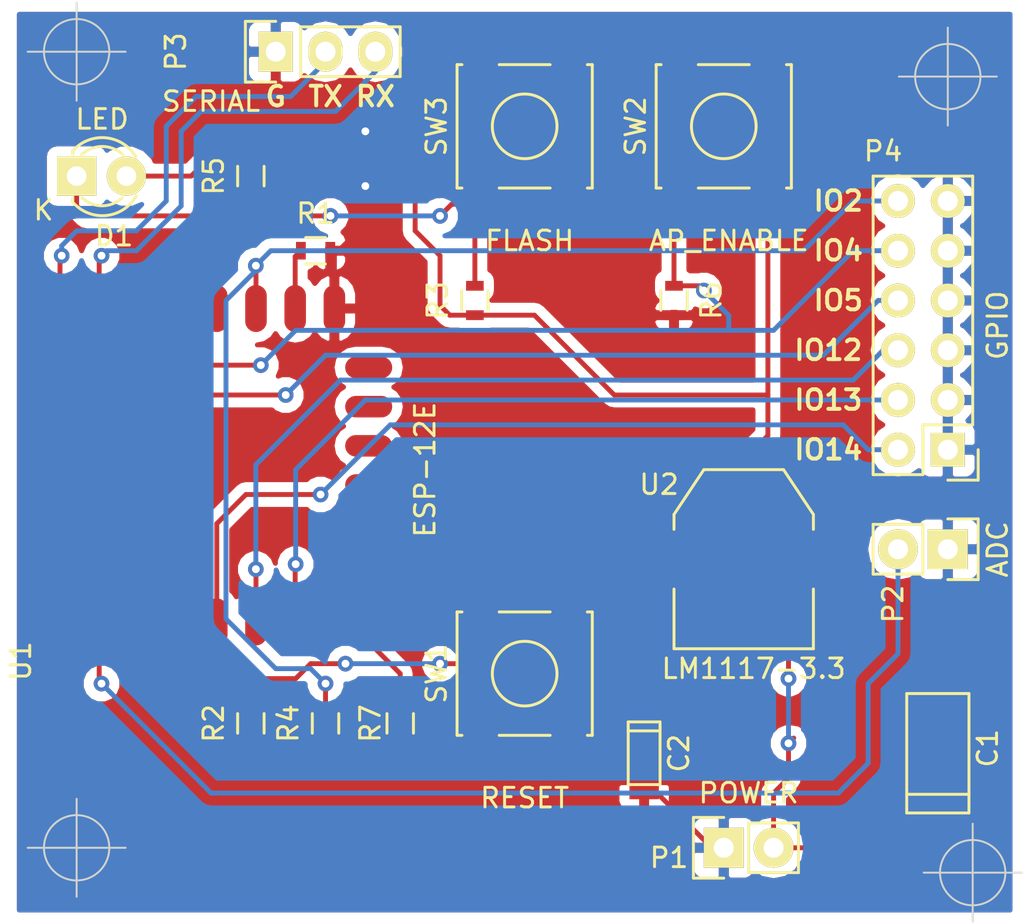
<source format=kicad_pcb>
(kicad_pcb (version 4) (host pcbnew "(2016-08-01 BZR 7000, Git e6129ca)-product")

  (general
    (links 54)
    (no_connects 4)
    (area 48.895 32.919999 106.780001 80.110001)
    (thickness 1.6)
    (drawings 17)
    (tracks 234)
    (zones 0)
    (modules 19)
    (nets 24)
  )

  (page A4)
  (layers
    (0 F.Cu signal hide)
    (31 B.Cu signal hide)
    (32 B.Adhes user)
    (33 F.Adhes user)
    (34 B.Paste user)
    (35 F.Paste user)
    (36 B.SilkS user)
    (37 F.SilkS user)
    (38 B.Mask user)
    (39 F.Mask user)
    (40 Dwgs.User user)
    (41 Cmts.User user)
    (42 Eco1.User user)
    (43 Eco2.User user)
    (44 Edge.Cuts user)
    (45 Margin user)
    (46 B.CrtYd user)
    (47 F.CrtYd user)
    (48 B.Fab user)
    (49 F.Fab user)
  )

  (setup
    (last_trace_width 0.25)
    (trace_clearance 0.2)
    (zone_clearance 0.508)
    (zone_45_only no)
    (trace_min 0.2)
    (segment_width 0.2)
    (edge_width 0.1)
    (via_size 0.8)
    (via_drill 0.4)
    (via_min_size 0.4)
    (via_min_drill 0.3)
    (uvia_size 0.3)
    (uvia_drill 0.1)
    (uvias_allowed no)
    (uvia_min_size 0.2)
    (uvia_min_drill 0.1)
    (pcb_text_width 0.3)
    (pcb_text_size 1.5 1.5)
    (mod_edge_width 0.15)
    (mod_text_size 1 1)
    (mod_text_width 0.15)
    (pad_size 1.5 1.5)
    (pad_drill 0.6)
    (pad_to_mask_clearance 0)
    (aux_axis_origin 0 0)
    (visible_elements 7FFFFFFF)
    (pcbplotparams
      (layerselection 0x00030_ffffffff)
      (usegerberextensions false)
      (excludeedgelayer true)
      (linewidth 0.100000)
      (plotframeref false)
      (viasonmask false)
      (mode 1)
      (useauxorigin false)
      (hpglpennumber 1)
      (hpglpenspeed 20)
      (hpglpendiameter 15)
      (psnegative false)
      (psa4output false)
      (plotreference true)
      (plotvalue true)
      (plotinvisibletext false)
      (padsonsilk false)
      (subtractmaskfromsilk false)
      (outputformat 1)
      (mirror false)
      (drillshape 1)
      (scaleselection 1)
      (outputdirectory ""))
  )

  (net 0 "")
  (net 1 "Net-(C1-Pad1)")
  (net 2 GND)
  (net 3 +3V3)
  (net 4 "Net-(D1-Pad1)")
  (net 5 "Net-(D1-Pad2)")
  (net 6 ADC)
  (net 7 "Net-(P3-Pad2)")
  (net 8 "Net-(P3-Pad3)")
  (net 9 GPIO2)
  (net 10 AP_EN)
  (net 11 GPIO5)
  (net 12 GPIO12)
  (net 13 GPIO13)
  (net 14 GPIO14)
  (net 15 "Net-(R1-Pad1)")
  (net 16 "Net-(R2-Pad2)")
  (net 17 RST)
  (net 18 "Net-(U1-Pad9)")
  (net 19 "Net-(U1-Pad10)")
  (net 20 "Net-(U1-Pad11)")
  (net 21 "Net-(U1-Pad12)")
  (net 22 "Net-(U1-Pad13)")
  (net 23 "Net-(U1-Pad14)")

  (net_class Default "This is the default net class."
    (clearance 0.2)
    (trace_width 0.25)
    (via_dia 0.8)
    (via_drill 0.4)
    (uvia_dia 0.3)
    (uvia_drill 0.1)
    (add_net +3V3)
    (add_net ADC)
    (add_net AP_EN)
    (add_net GND)
    (add_net GPIO12)
    (add_net GPIO13)
    (add_net GPIO14)
    (add_net GPIO2)
    (add_net GPIO5)
    (add_net "Net-(C1-Pad1)")
    (add_net "Net-(D1-Pad1)")
    (add_net "Net-(D1-Pad2)")
    (add_net "Net-(P3-Pad2)")
    (add_net "Net-(P3-Pad3)")
    (add_net "Net-(R1-Pad1)")
    (add_net "Net-(R2-Pad2)")
    (add_net "Net-(U1-Pad10)")
    (add_net "Net-(U1-Pad11)")
    (add_net "Net-(U1-Pad12)")
    (add_net "Net-(U1-Pad13)")
    (add_net "Net-(U1-Pad14)")
    (add_net "Net-(U1-Pad9)")
    (add_net RST)
  )

  (module LEDs:LED-3MM (layer F.Cu) (tedit 57A337D5) (tstamp 57A30DC6)
    (at 58.42 41.91)
    (descr "LED 3mm round vertical")
    (tags "LED  3mm round vertical")
    (path /57A2E321)
    (fp_text reference D1 (at 1.91 3.06) (layer F.SilkS)
      (effects (font (size 1 1) (thickness 0.15)))
    )
    (fp_text value LED (at 1.3 -2.9) (layer F.SilkS)
      (effects (font (size 1 1) (thickness 0.15)))
    )
    (fp_line (start -1.2 2.3) (end 3.8 2.3) (layer F.CrtYd) (width 0.05))
    (fp_line (start 3.8 2.3) (end 3.8 -2.2) (layer F.CrtYd) (width 0.05))
    (fp_line (start 3.8 -2.2) (end -1.2 -2.2) (layer F.CrtYd) (width 0.05))
    (fp_line (start -1.2 -2.2) (end -1.2 2.3) (layer F.CrtYd) (width 0.05))
    (fp_line (start -0.199 1.314) (end -0.199 1.114) (layer F.SilkS) (width 0.15))
    (fp_line (start -0.199 -1.28) (end -0.199 -1.1) (layer F.SilkS) (width 0.15))
    (fp_arc (start 1.301 0.034) (end -0.199 -1.286) (angle 108.5) (layer F.SilkS) (width 0.15))
    (fp_arc (start 1.301 0.034) (end 0.25 -1.1) (angle 85.7) (layer F.SilkS) (width 0.15))
    (fp_arc (start 1.311 0.034) (end 3.051 0.994) (angle 110) (layer F.SilkS) (width 0.15))
    (fp_arc (start 1.301 0.034) (end 2.335 1.094) (angle 87.5) (layer F.SilkS) (width 0.15))
    (fp_text user K (at -1.69 1.74) (layer F.SilkS)
      (effects (font (size 1 1) (thickness 0.15)))
    )
    (pad 1 thru_hole rect (at 0 0 90) (size 2 2) (drill 1.00076) (layers *.Cu *.Mask F.SilkS)
      (net 4 "Net-(D1-Pad1)"))
    (pad 2 thru_hole circle (at 2.54 0) (size 2 2) (drill 1.00076) (layers *.Cu *.Mask F.SilkS)
      (net 5 "Net-(D1-Pad2)"))
    (model LEDs.3dshapes/LED-3MM.wrl
      (at (xyz 0.05 0 0))
      (scale (xyz 1 1 1))
      (rotate (xyz 0 0 90))
    )
  )

  (module Pin_Headers:Pin_Header_Straight_1x02 (layer F.Cu) (tedit 57A33AE8) (tstamp 57A30DCC)
    (at 91.44 76.2 90)
    (descr "Through hole pin header")
    (tags "pin header")
    (path /57A1EA1C)
    (fp_text reference P1 (at -0.508 -2.794 180) (layer F.SilkS)
      (effects (font (size 1 1) (thickness 0.15)))
    )
    (fp_text value POWER (at 2.794 1.27 180) (layer F.SilkS)
      (effects (font (size 1 1) (thickness 0.15)))
    )
    (fp_line (start 1.27 1.27) (end 1.27 3.81) (layer F.SilkS) (width 0.15))
    (fp_line (start 1.55 -1.55) (end 1.55 0) (layer F.SilkS) (width 0.15))
    (fp_line (start -1.75 -1.75) (end -1.75 4.3) (layer F.CrtYd) (width 0.05))
    (fp_line (start 1.75 -1.75) (end 1.75 4.3) (layer F.CrtYd) (width 0.05))
    (fp_line (start -1.75 -1.75) (end 1.75 -1.75) (layer F.CrtYd) (width 0.05))
    (fp_line (start -1.75 4.3) (end 1.75 4.3) (layer F.CrtYd) (width 0.05))
    (fp_line (start 1.27 1.27) (end -1.27 1.27) (layer F.SilkS) (width 0.15))
    (fp_line (start -1.55 0) (end -1.55 -1.55) (layer F.SilkS) (width 0.15))
    (fp_line (start -1.55 -1.55) (end 1.55 -1.55) (layer F.SilkS) (width 0.15))
    (fp_line (start -1.27 1.27) (end -1.27 3.81) (layer F.SilkS) (width 0.15))
    (fp_line (start -1.27 3.81) (end 1.27 3.81) (layer F.SilkS) (width 0.15))
    (pad 1 thru_hole rect (at 0 0 90) (size 2.032 2.032) (drill 1.016) (layers *.Cu *.Mask F.SilkS)
      (net 2 GND))
    (pad 2 thru_hole oval (at 0 2.54 90) (size 2.032 2.032) (drill 1.016) (layers *.Cu *.Mask F.SilkS)
      (net 1 "Net-(C1-Pad1)"))
    (model Pin_Headers.3dshapes/Pin_Header_Straight_1x02.wrl
      (at (xyz 0 -0.05 0))
      (scale (xyz 1 1 1))
      (rotate (xyz 0 0 90))
    )
  )

  (module Pin_Headers:Pin_Header_Straight_1x02 (layer F.Cu) (tedit 57A33743) (tstamp 57A30DD2)
    (at 102.87 60.96 270)
    (descr "Through hole pin header")
    (tags "pin header")
    (path /57A30B3B)
    (fp_text reference P2 (at 2.794 2.794 270) (layer F.SilkS)
      (effects (font (size 1 1) (thickness 0.15)))
    )
    (fp_text value ADC (at 0 -2.54 270) (layer F.SilkS)
      (effects (font (size 1 1) (thickness 0.15)))
    )
    (fp_line (start 1.27 1.27) (end 1.27 3.81) (layer F.SilkS) (width 0.15))
    (fp_line (start 1.55 -1.55) (end 1.55 0) (layer F.SilkS) (width 0.15))
    (fp_line (start -1.75 -1.75) (end -1.75 4.3) (layer F.CrtYd) (width 0.05))
    (fp_line (start 1.75 -1.75) (end 1.75 4.3) (layer F.CrtYd) (width 0.05))
    (fp_line (start -1.75 -1.75) (end 1.75 -1.75) (layer F.CrtYd) (width 0.05))
    (fp_line (start -1.75 4.3) (end 1.75 4.3) (layer F.CrtYd) (width 0.05))
    (fp_line (start 1.27 1.27) (end -1.27 1.27) (layer F.SilkS) (width 0.15))
    (fp_line (start -1.55 0) (end -1.55 -1.55) (layer F.SilkS) (width 0.15))
    (fp_line (start -1.55 -1.55) (end 1.55 -1.55) (layer F.SilkS) (width 0.15))
    (fp_line (start -1.27 1.27) (end -1.27 3.81) (layer F.SilkS) (width 0.15))
    (fp_line (start -1.27 3.81) (end 1.27 3.81) (layer F.SilkS) (width 0.15))
    (pad 1 thru_hole rect (at 0 0 270) (size 2.032 2.032) (drill 1.016) (layers *.Cu *.Mask F.SilkS)
      (net 2 GND))
    (pad 2 thru_hole oval (at 0 2.54 270) (size 2.032 2.032) (drill 1.016) (layers *.Cu *.Mask F.SilkS)
      (net 6 ADC))
    (model Pin_Headers.3dshapes/Pin_Header_Straight_1x02.wrl
      (at (xyz 0 -0.05 0))
      (scale (xyz 1 1 1))
      (rotate (xyz 0 0 90))
    )
  )

  (module Pin_Headers:Pin_Header_Straight_1x03 (layer F.Cu) (tedit 57A33707) (tstamp 57A30DD9)
    (at 68.58 35.56 90)
    (descr "Through hole pin header")
    (tags "pin header")
    (path /57A2FE51)
    (fp_text reference P3 (at 0 -5.1 90) (layer F.SilkS)
      (effects (font (size 1 1) (thickness 0.15)))
    )
    (fp_text value SERIAL (at -2.54 -3.302 180) (layer F.SilkS)
      (effects (font (size 1 1) (thickness 0.15)))
    )
    (fp_line (start -1.75 -1.75) (end -1.75 6.85) (layer F.CrtYd) (width 0.05))
    (fp_line (start 1.75 -1.75) (end 1.75 6.85) (layer F.CrtYd) (width 0.05))
    (fp_line (start -1.75 -1.75) (end 1.75 -1.75) (layer F.CrtYd) (width 0.05))
    (fp_line (start -1.75 6.85) (end 1.75 6.85) (layer F.CrtYd) (width 0.05))
    (fp_line (start -1.27 1.27) (end -1.27 6.35) (layer F.SilkS) (width 0.15))
    (fp_line (start -1.27 6.35) (end 1.27 6.35) (layer F.SilkS) (width 0.15))
    (fp_line (start 1.27 6.35) (end 1.27 1.27) (layer F.SilkS) (width 0.15))
    (fp_line (start 1.55 -1.55) (end 1.55 0) (layer F.SilkS) (width 0.15))
    (fp_line (start 1.27 1.27) (end -1.27 1.27) (layer F.SilkS) (width 0.15))
    (fp_line (start -1.55 0) (end -1.55 -1.55) (layer F.SilkS) (width 0.15))
    (fp_line (start -1.55 -1.55) (end 1.55 -1.55) (layer F.SilkS) (width 0.15))
    (pad 1 thru_hole rect (at 0 0 90) (size 2.032 1.7272) (drill 1.016) (layers *.Cu *.Mask F.SilkS)
      (net 2 GND))
    (pad 2 thru_hole oval (at 0 2.54 90) (size 2.032 1.7272) (drill 1.016) (layers *.Cu *.Mask F.SilkS)
      (net 7 "Net-(P3-Pad2)"))
    (pad 3 thru_hole oval (at 0 5.08 90) (size 2.032 1.7272) (drill 1.016) (layers *.Cu *.Mask F.SilkS)
      (net 8 "Net-(P3-Pad3)"))
    (model Pin_Headers.3dshapes/Pin_Header_Straight_1x03.wrl
      (at (xyz 0 -0.1 0))
      (scale (xyz 1 1 1))
      (rotate (xyz 0 0 90))
    )
  )

  (module Pin_Headers:Pin_Header_Straight_2x06 (layer F.Cu) (tedit 57A3383D) (tstamp 57A30DE9)
    (at 102.87 55.88 180)
    (descr "Through hole pin header")
    (tags "pin header")
    (path /57A30D57)
    (fp_text reference P4 (at 3.302 15.24 180) (layer F.SilkS)
      (effects (font (size 1 1) (thickness 0.15)))
    )
    (fp_text value GPIO (at -2.54 6.35 270) (layer F.SilkS)
      (effects (font (size 1 1) (thickness 0.15)))
    )
    (fp_line (start -1.75 -1.75) (end -1.75 14.45) (layer F.CrtYd) (width 0.05))
    (fp_line (start 4.3 -1.75) (end 4.3 14.45) (layer F.CrtYd) (width 0.05))
    (fp_line (start -1.75 -1.75) (end 4.3 -1.75) (layer F.CrtYd) (width 0.05))
    (fp_line (start -1.75 14.45) (end 4.3 14.45) (layer F.CrtYd) (width 0.05))
    (fp_line (start 3.81 13.97) (end 3.81 -1.27) (layer F.SilkS) (width 0.15))
    (fp_line (start -1.27 1.27) (end -1.27 13.97) (layer F.SilkS) (width 0.15))
    (fp_line (start 3.81 13.97) (end -1.27 13.97) (layer F.SilkS) (width 0.15))
    (fp_line (start 3.81 -1.27) (end 1.27 -1.27) (layer F.SilkS) (width 0.15))
    (fp_line (start 0 -1.55) (end -1.55 -1.55) (layer F.SilkS) (width 0.15))
    (fp_line (start 1.27 -1.27) (end 1.27 1.27) (layer F.SilkS) (width 0.15))
    (fp_line (start 1.27 1.27) (end -1.27 1.27) (layer F.SilkS) (width 0.15))
    (fp_line (start -1.55 -1.55) (end -1.55 0) (layer F.SilkS) (width 0.15))
    (pad 1 thru_hole rect (at 0 0 180) (size 1.7272 1.7272) (drill 1.016) (layers *.Cu *.Mask F.SilkS)
      (net 2 GND))
    (pad 2 thru_hole oval (at 2.54 0 180) (size 1.7272 1.7272) (drill 1.016) (layers *.Cu *.Mask F.SilkS)
      (net 14 GPIO14))
    (pad 3 thru_hole oval (at 0 2.54 180) (size 1.7272 1.7272) (drill 1.016) (layers *.Cu *.Mask F.SilkS)
      (net 2 GND))
    (pad 4 thru_hole oval (at 2.54 2.54 180) (size 1.7272 1.7272) (drill 1.016) (layers *.Cu *.Mask F.SilkS)
      (net 13 GPIO13))
    (pad 5 thru_hole oval (at 0 5.08 180) (size 1.7272 1.7272) (drill 1.016) (layers *.Cu *.Mask F.SilkS)
      (net 2 GND))
    (pad 6 thru_hole oval (at 2.54 5.08 180) (size 1.7272 1.7272) (drill 1.016) (layers *.Cu *.Mask F.SilkS)
      (net 12 GPIO12))
    (pad 7 thru_hole oval (at 0 7.62 180) (size 1.7272 1.7272) (drill 1.016) (layers *.Cu *.Mask F.SilkS)
      (net 2 GND))
    (pad 8 thru_hole oval (at 2.54 7.62 180) (size 1.7272 1.7272) (drill 1.016) (layers *.Cu *.Mask F.SilkS)
      (net 11 GPIO5))
    (pad 9 thru_hole oval (at 0 10.16 180) (size 1.7272 1.7272) (drill 1.016) (layers *.Cu *.Mask F.SilkS)
      (net 2 GND))
    (pad 10 thru_hole oval (at 2.54 10.16 180) (size 1.7272 1.7272) (drill 1.016) (layers *.Cu *.Mask F.SilkS)
      (net 10 AP_EN))
    (pad 11 thru_hole oval (at 0 12.7 180) (size 1.7272 1.7272) (drill 1.016) (layers *.Cu *.Mask F.SilkS)
      (net 2 GND))
    (pad 12 thru_hole oval (at 2.54 12.7 180) (size 1.7272 1.7272) (drill 1.016) (layers *.Cu *.Mask F.SilkS)
      (net 9 GPIO2))
    (model Pin_Headers.3dshapes/Pin_Header_Straight_2x06.wrl
      (at (xyz 0.05 -0.25 0))
      (scale (xyz 1 1 1))
      (rotate (xyz 0 0 90))
    )
  )

  (module Resistors_SMD:R_0603 (layer F.Cu) (tedit 5415CC62) (tstamp 57A30DEF)
    (at 70.612 45.72)
    (descr "Resistor SMD 0603, reflow soldering, Vishay (see dcrcw.pdf)")
    (tags "resistor 0603")
    (path /57A1E70B)
    (attr smd)
    (fp_text reference R1 (at 0 -1.9) (layer F.SilkS)
      (effects (font (size 1 1) (thickness 0.15)))
    )
    (fp_text value 10k (at 0 1.9) (layer F.Fab)
      (effects (font (size 1 1) (thickness 0.15)))
    )
    (fp_line (start -1.3 -0.8) (end 1.3 -0.8) (layer F.CrtYd) (width 0.05))
    (fp_line (start -1.3 0.8) (end 1.3 0.8) (layer F.CrtYd) (width 0.05))
    (fp_line (start -1.3 -0.8) (end -1.3 0.8) (layer F.CrtYd) (width 0.05))
    (fp_line (start 1.3 -0.8) (end 1.3 0.8) (layer F.CrtYd) (width 0.05))
    (fp_line (start 0.5 0.675) (end -0.5 0.675) (layer F.SilkS) (width 0.15))
    (fp_line (start -0.5 -0.675) (end 0.5 -0.675) (layer F.SilkS) (width 0.15))
    (pad 1 smd rect (at -0.75 0) (size 0.5 0.9) (layers F.Cu F.Paste F.Mask)
      (net 15 "Net-(R1-Pad1)"))
    (pad 2 smd rect (at 0.75 0) (size 0.5 0.9) (layers F.Cu F.Paste F.Mask)
      (net 2 GND))
    (model Resistors_SMD.3dshapes/R_0603.wrl
      (at (xyz 0 0 0))
      (scale (xyz 1 1 1))
      (rotate (xyz 0 0 0))
    )
  )

  (module Resistors_SMD:R_0603 (layer F.Cu) (tedit 57A33605) (tstamp 57A30DF5)
    (at 67.31 69.85 90)
    (descr "Resistor SMD 0603, reflow soldering, Vishay (see dcrcw.pdf)")
    (tags "resistor 0603")
    (path /57A2D138)
    (attr smd)
    (fp_text reference R2 (at 0 -1.9 90) (layer F.SilkS)
      (effects (font (size 1 1) (thickness 0.15)))
    )
    (fp_text value 10k (at -3.048 0 90) (layer F.Fab)
      (effects (font (size 1 1) (thickness 0.15)))
    )
    (fp_line (start -1.3 -0.8) (end 1.3 -0.8) (layer F.CrtYd) (width 0.05))
    (fp_line (start -1.3 0.8) (end 1.3 0.8) (layer F.CrtYd) (width 0.05))
    (fp_line (start -1.3 -0.8) (end -1.3 0.8) (layer F.CrtYd) (width 0.05))
    (fp_line (start 1.3 -0.8) (end 1.3 0.8) (layer F.CrtYd) (width 0.05))
    (fp_line (start 0.5 0.675) (end -0.5 0.675) (layer F.SilkS) (width 0.15))
    (fp_line (start -0.5 -0.675) (end 0.5 -0.675) (layer F.SilkS) (width 0.15))
    (pad 1 smd rect (at -0.75 0 90) (size 0.5 0.9) (layers F.Cu F.Paste F.Mask)
      (net 3 +3V3))
    (pad 2 smd rect (at 0.75 0 90) (size 0.5 0.9) (layers F.Cu F.Paste F.Mask)
      (net 16 "Net-(R2-Pad2)"))
    (model Resistors_SMD.3dshapes/R_0603.wrl
      (at (xyz 0 0 0))
      (scale (xyz 1 1 1))
      (rotate (xyz 0 0 0))
    )
  )

  (module Resistors_SMD:R_0603 (layer F.Cu) (tedit 5415CC62) (tstamp 57A30DFB)
    (at 78.74 48.26 90)
    (descr "Resistor SMD 0603, reflow soldering, Vishay (see dcrcw.pdf)")
    (tags "resistor 0603")
    (path /57A2D0AE)
    (attr smd)
    (fp_text reference R3 (at 0 -1.9 90) (layer F.SilkS)
      (effects (font (size 1 1) (thickness 0.15)))
    )
    (fp_text value 10k (at 0 1.9 90) (layer F.Fab)
      (effects (font (size 1 1) (thickness 0.15)))
    )
    (fp_line (start -1.3 -0.8) (end 1.3 -0.8) (layer F.CrtYd) (width 0.05))
    (fp_line (start -1.3 0.8) (end 1.3 0.8) (layer F.CrtYd) (width 0.05))
    (fp_line (start -1.3 -0.8) (end -1.3 0.8) (layer F.CrtYd) (width 0.05))
    (fp_line (start 1.3 -0.8) (end 1.3 0.8) (layer F.CrtYd) (width 0.05))
    (fp_line (start 0.5 0.675) (end -0.5 0.675) (layer F.SilkS) (width 0.15))
    (fp_line (start -0.5 -0.675) (end 0.5 -0.675) (layer F.SilkS) (width 0.15))
    (pad 1 smd rect (at -0.75 0 90) (size 0.5 0.9) (layers F.Cu F.Paste F.Mask)
      (net 3 +3V3))
    (pad 2 smd rect (at 0.75 0 90) (size 0.5 0.9) (layers F.Cu F.Paste F.Mask)
      (net 4 "Net-(D1-Pad1)"))
    (model Resistors_SMD.3dshapes/R_0603.wrl
      (at (xyz 0 0 0))
      (scale (xyz 1 1 1))
      (rotate (xyz 0 0 0))
    )
  )

  (module Resistors_SMD:R_0603 (layer F.Cu) (tedit 57A33609) (tstamp 57A30E01)
    (at 71.12 69.85 90)
    (descr "Resistor SMD 0603, reflow soldering, Vishay (see dcrcw.pdf)")
    (tags "resistor 0603")
    (path /57A2D10E)
    (attr smd)
    (fp_text reference R4 (at 0 -1.9 90) (layer F.SilkS)
      (effects (font (size 1 1) (thickness 0.15)))
    )
    (fp_text value 10k (at -3.048 0 90) (layer F.Fab)
      (effects (font (size 1 1) (thickness 0.15)))
    )
    (fp_line (start -1.3 -0.8) (end 1.3 -0.8) (layer F.CrtYd) (width 0.05))
    (fp_line (start -1.3 0.8) (end 1.3 0.8) (layer F.CrtYd) (width 0.05))
    (fp_line (start -1.3 -0.8) (end -1.3 0.8) (layer F.CrtYd) (width 0.05))
    (fp_line (start 1.3 -0.8) (end 1.3 0.8) (layer F.CrtYd) (width 0.05))
    (fp_line (start 0.5 0.675) (end -0.5 0.675) (layer F.SilkS) (width 0.15))
    (fp_line (start -0.5 -0.675) (end 0.5 -0.675) (layer F.SilkS) (width 0.15))
    (pad 1 smd rect (at -0.75 0 90) (size 0.5 0.9) (layers F.Cu F.Paste F.Mask)
      (net 3 +3V3))
    (pad 2 smd rect (at 0.75 0 90) (size 0.5 0.9) (layers F.Cu F.Paste F.Mask)
      (net 9 GPIO2))
    (model Resistors_SMD.3dshapes/R_0603.wrl
      (at (xyz 0 0 0))
      (scale (xyz 1 1 1))
      (rotate (xyz 0 0 0))
    )
  )

  (module Resistors_SMD:R_0603 (layer F.Cu) (tedit 5415CC62) (tstamp 57A30E07)
    (at 67.31 41.91 90)
    (descr "Resistor SMD 0603, reflow soldering, Vishay (see dcrcw.pdf)")
    (tags "resistor 0603")
    (path /57A2E3CF)
    (attr smd)
    (fp_text reference R5 (at 0 -1.9 90) (layer F.SilkS)
      (effects (font (size 1 1) (thickness 0.15)))
    )
    (fp_text value 330 (at 0 1.9 90) (layer F.Fab)
      (effects (font (size 1 1) (thickness 0.15)))
    )
    (fp_line (start -1.3 -0.8) (end 1.3 -0.8) (layer F.CrtYd) (width 0.05))
    (fp_line (start -1.3 0.8) (end 1.3 0.8) (layer F.CrtYd) (width 0.05))
    (fp_line (start -1.3 -0.8) (end -1.3 0.8) (layer F.CrtYd) (width 0.05))
    (fp_line (start 1.3 -0.8) (end 1.3 0.8) (layer F.CrtYd) (width 0.05))
    (fp_line (start 0.5 0.675) (end -0.5 0.675) (layer F.SilkS) (width 0.15))
    (fp_line (start -0.5 -0.675) (end 0.5 -0.675) (layer F.SilkS) (width 0.15))
    (pad 1 smd rect (at -0.75 0 90) (size 0.5 0.9) (layers F.Cu F.Paste F.Mask)
      (net 3 +3V3))
    (pad 2 smd rect (at 0.75 0 90) (size 0.5 0.9) (layers F.Cu F.Paste F.Mask)
      (net 5 "Net-(D1-Pad2)"))
    (model Resistors_SMD.3dshapes/R_0603.wrl
      (at (xyz 0 0 0))
      (scale (xyz 1 1 1))
      (rotate (xyz 0 0 0))
    )
  )

  (module Resistors_SMD:R_0603 (layer F.Cu) (tedit 5415CC62) (tstamp 57A30E0D)
    (at 88.9 48.26 270)
    (descr "Resistor SMD 0603, reflow soldering, Vishay (see dcrcw.pdf)")
    (tags "resistor 0603")
    (path /57A2DFBD)
    (attr smd)
    (fp_text reference R6 (at 0 -1.9 270) (layer F.SilkS)
      (effects (font (size 1 1) (thickness 0.15)))
    )
    (fp_text value 10k (at 0 1.9 270) (layer F.Fab)
      (effects (font (size 1 1) (thickness 0.15)))
    )
    (fp_line (start -1.3 -0.8) (end 1.3 -0.8) (layer F.CrtYd) (width 0.05))
    (fp_line (start -1.3 0.8) (end 1.3 0.8) (layer F.CrtYd) (width 0.05))
    (fp_line (start -1.3 -0.8) (end -1.3 0.8) (layer F.CrtYd) (width 0.05))
    (fp_line (start 1.3 -0.8) (end 1.3 0.8) (layer F.CrtYd) (width 0.05))
    (fp_line (start 0.5 0.675) (end -0.5 0.675) (layer F.SilkS) (width 0.15))
    (fp_line (start -0.5 -0.675) (end 0.5 -0.675) (layer F.SilkS) (width 0.15))
    (pad 1 smd rect (at -0.75 0 270) (size 0.5 0.9) (layers F.Cu F.Paste F.Mask)
      (net 10 AP_EN))
    (pad 2 smd rect (at 0.75 0 270) (size 0.5 0.9) (layers F.Cu F.Paste F.Mask)
      (net 2 GND))
    (model Resistors_SMD.3dshapes/R_0603.wrl
      (at (xyz 0 0 0))
      (scale (xyz 1 1 1))
      (rotate (xyz 0 0 0))
    )
  )

  (module Resistors_SMD:R_0603 (layer F.Cu) (tedit 57A33614) (tstamp 57A30E13)
    (at 74.93 69.85 270)
    (descr "Resistor SMD 0603, reflow soldering, Vishay (see dcrcw.pdf)")
    (tags "resistor 0603")
    (path /57A2D8B1)
    (attr smd)
    (fp_text reference R7 (at 0 1.524 270) (layer F.SilkS)
      (effects (font (size 1 1) (thickness 0.15)))
    )
    (fp_text value 10k (at 3.048 0 270) (layer F.Fab)
      (effects (font (size 1 1) (thickness 0.15)))
    )
    (fp_line (start -1.3 -0.8) (end 1.3 -0.8) (layer F.CrtYd) (width 0.05))
    (fp_line (start -1.3 0.8) (end 1.3 0.8) (layer F.CrtYd) (width 0.05))
    (fp_line (start -1.3 -0.8) (end -1.3 0.8) (layer F.CrtYd) (width 0.05))
    (fp_line (start 1.3 -0.8) (end 1.3 0.8) (layer F.CrtYd) (width 0.05))
    (fp_line (start 0.5 0.675) (end -0.5 0.675) (layer F.SilkS) (width 0.15))
    (fp_line (start -0.5 -0.675) (end 0.5 -0.675) (layer F.SilkS) (width 0.15))
    (pad 1 smd rect (at -0.75 0 270) (size 0.5 0.9) (layers F.Cu F.Paste F.Mask)
      (net 3 +3V3))
    (pad 2 smd rect (at 0.75 0 270) (size 0.5 0.9) (layers F.Cu F.Paste F.Mask)
      (net 17 RST))
    (model Resistors_SMD.3dshapes/R_0603.wrl
      (at (xyz 0 0 0))
      (scale (xyz 1 1 1))
      (rotate (xyz 0 0 0))
    )
  )

  (module Buttons_Switches_SMD:SW_SPST_B3S-1000 (layer F.Cu) (tedit 57A3373C) (tstamp 57A30E1B)
    (at 81.28 67.31 90)
    (descr "Surface Mount Tactile Switch for High-Density Packaging")
    (tags "Tactile Switch")
    (path /57A2D497)
    (attr smd)
    (fp_text reference SW1 (at 0 -4.5 90) (layer F.SilkS)
      (effects (font (size 1 1) (thickness 0.15)))
    )
    (fp_text value RESET (at -6.35 0 180) (layer F.SilkS)
      (effects (font (size 1 1) (thickness 0.15)))
    )
    (fp_line (start -5 3.7) (end 5 3.7) (layer F.CrtYd) (width 0.05))
    (fp_line (start 5 3.7) (end 5 -3.7) (layer F.CrtYd) (width 0.05))
    (fp_line (start 5 -3.7) (end -5 -3.7) (layer F.CrtYd) (width 0.05))
    (fp_line (start -5 -3.7) (end -5 3.7) (layer F.CrtYd) (width 0.05))
    (fp_line (start -3.15 -3.2) (end -3.15 -3.45) (layer F.SilkS) (width 0.15))
    (fp_line (start -3.15 -3.45) (end 3.15 -3.45) (layer F.SilkS) (width 0.15))
    (fp_line (start 3.15 -3.45) (end 3.15 -3.2) (layer F.SilkS) (width 0.15))
    (fp_line (start -3.15 1.3) (end -3.15 -1.3) (layer F.SilkS) (width 0.15))
    (fp_line (start 3.15 3.2) (end 3.15 3.45) (layer F.SilkS) (width 0.15))
    (fp_line (start 3.15 3.45) (end -3.15 3.45) (layer F.SilkS) (width 0.15))
    (fp_line (start -3.15 3.45) (end -3.15 3.2) (layer F.SilkS) (width 0.15))
    (fp_line (start 3.15 -1.3) (end 3.15 1.3) (layer F.SilkS) (width 0.15))
    (fp_circle (center 0 0) (end 1.65 0) (layer F.SilkS) (width 0.15))
    (fp_line (start -3 -3.3) (end 3 -3.3) (layer F.Fab) (width 0.15))
    (fp_line (start 3 -3.3) (end 3 3.3) (layer F.Fab) (width 0.15))
    (fp_line (start 3 3.3) (end -3 3.3) (layer F.Fab) (width 0.15))
    (fp_line (start -3 3.3) (end -3 -3.3) (layer F.Fab) (width 0.15))
    (pad 1 smd rect (at -3.975 -2.25 90) (size 1.55 1.3) (layers F.Cu F.Paste F.Mask)
      (net 17 RST))
    (pad 1 smd rect (at 3.975 -2.25 90) (size 1.55 1.3) (layers F.Cu F.Paste F.Mask)
      (net 17 RST))
    (pad 2 smd rect (at -3.975 2.25 90) (size 1.55 1.3) (layers F.Cu F.Paste F.Mask)
      (net 2 GND))
    (pad 2 smd rect (at 3.975 2.25 90) (size 1.55 1.3) (layers F.Cu F.Paste F.Mask)
      (net 2 GND))
  )

  (module Buttons_Switches_SMD:SW_SPST_B3S-1000 (layer F.Cu) (tedit 57A336EF) (tstamp 57A30E23)
    (at 91.44 39.37 90)
    (descr "Surface Mount Tactile Switch for High-Density Packaging")
    (tags "Tactile Switch")
    (path /57A2DFAE)
    (attr smd)
    (fp_text reference SW2 (at 0 -4.5 90) (layer F.SilkS)
      (effects (font (size 1 1) (thickness 0.15)))
    )
    (fp_text value AP_ENABLE (at -5.842 0.254 180) (layer F.SilkS)
      (effects (font (size 1 1) (thickness 0.15)))
    )
    (fp_line (start -5 3.7) (end 5 3.7) (layer F.CrtYd) (width 0.05))
    (fp_line (start 5 3.7) (end 5 -3.7) (layer F.CrtYd) (width 0.05))
    (fp_line (start 5 -3.7) (end -5 -3.7) (layer F.CrtYd) (width 0.05))
    (fp_line (start -5 -3.7) (end -5 3.7) (layer F.CrtYd) (width 0.05))
    (fp_line (start -3.15 -3.2) (end -3.15 -3.45) (layer F.SilkS) (width 0.15))
    (fp_line (start -3.15 -3.45) (end 3.15 -3.45) (layer F.SilkS) (width 0.15))
    (fp_line (start 3.15 -3.45) (end 3.15 -3.2) (layer F.SilkS) (width 0.15))
    (fp_line (start -3.15 1.3) (end -3.15 -1.3) (layer F.SilkS) (width 0.15))
    (fp_line (start 3.15 3.2) (end 3.15 3.45) (layer F.SilkS) (width 0.15))
    (fp_line (start 3.15 3.45) (end -3.15 3.45) (layer F.SilkS) (width 0.15))
    (fp_line (start -3.15 3.45) (end -3.15 3.2) (layer F.SilkS) (width 0.15))
    (fp_line (start 3.15 -1.3) (end 3.15 1.3) (layer F.SilkS) (width 0.15))
    (fp_circle (center 0 0) (end 1.65 0) (layer F.SilkS) (width 0.15))
    (fp_line (start -3 -3.3) (end 3 -3.3) (layer F.Fab) (width 0.15))
    (fp_line (start 3 -3.3) (end 3 3.3) (layer F.Fab) (width 0.15))
    (fp_line (start 3 3.3) (end -3 3.3) (layer F.Fab) (width 0.15))
    (fp_line (start -3 3.3) (end -3 -3.3) (layer F.Fab) (width 0.15))
    (pad 1 smd rect (at -3.975 -2.25 90) (size 1.55 1.3) (layers F.Cu F.Paste F.Mask)
      (net 10 AP_EN))
    (pad 1 smd rect (at 3.975 -2.25 90) (size 1.55 1.3) (layers F.Cu F.Paste F.Mask)
      (net 10 AP_EN))
    (pad 2 smd rect (at -3.975 2.25 90) (size 1.55 1.3) (layers F.Cu F.Paste F.Mask)
      (net 3 +3V3))
    (pad 2 smd rect (at 3.975 2.25 90) (size 1.55 1.3) (layers F.Cu F.Paste F.Mask)
      (net 3 +3V3))
  )

  (module Buttons_Switches_SMD:SW_SPST_B3S-1000 (layer F.Cu) (tedit 57A336E0) (tstamp 57A30E2B)
    (at 81.28 39.37 90)
    (descr "Surface Mount Tactile Switch for High-Density Packaging")
    (tags "Tactile Switch")
    (path /57A1E880)
    (attr smd)
    (fp_text reference SW3 (at 0 -4.5 90) (layer F.SilkS)
      (effects (font (size 1 1) (thickness 0.15)))
    )
    (fp_text value FLASH (at -5.842 0.254 180) (layer F.SilkS)
      (effects (font (size 1 1) (thickness 0.15)))
    )
    (fp_line (start -5 3.7) (end 5 3.7) (layer F.CrtYd) (width 0.05))
    (fp_line (start 5 3.7) (end 5 -3.7) (layer F.CrtYd) (width 0.05))
    (fp_line (start 5 -3.7) (end -5 -3.7) (layer F.CrtYd) (width 0.05))
    (fp_line (start -5 -3.7) (end -5 3.7) (layer F.CrtYd) (width 0.05))
    (fp_line (start -3.15 -3.2) (end -3.15 -3.45) (layer F.SilkS) (width 0.15))
    (fp_line (start -3.15 -3.45) (end 3.15 -3.45) (layer F.SilkS) (width 0.15))
    (fp_line (start 3.15 -3.45) (end 3.15 -3.2) (layer F.SilkS) (width 0.15))
    (fp_line (start -3.15 1.3) (end -3.15 -1.3) (layer F.SilkS) (width 0.15))
    (fp_line (start 3.15 3.2) (end 3.15 3.45) (layer F.SilkS) (width 0.15))
    (fp_line (start 3.15 3.45) (end -3.15 3.45) (layer F.SilkS) (width 0.15))
    (fp_line (start -3.15 3.45) (end -3.15 3.2) (layer F.SilkS) (width 0.15))
    (fp_line (start 3.15 -1.3) (end 3.15 1.3) (layer F.SilkS) (width 0.15))
    (fp_circle (center 0 0) (end 1.65 0) (layer F.SilkS) (width 0.15))
    (fp_line (start -3 -3.3) (end 3 -3.3) (layer F.Fab) (width 0.15))
    (fp_line (start 3 -3.3) (end 3 3.3) (layer F.Fab) (width 0.15))
    (fp_line (start 3 3.3) (end -3 3.3) (layer F.Fab) (width 0.15))
    (fp_line (start -3 3.3) (end -3 -3.3) (layer F.Fab) (width 0.15))
    (pad 1 smd rect (at -3.975 -2.25 90) (size 1.55 1.3) (layers F.Cu F.Paste F.Mask)
      (net 4 "Net-(D1-Pad1)"))
    (pad 1 smd rect (at 3.975 -2.25 90) (size 1.55 1.3) (layers F.Cu F.Paste F.Mask)
      (net 4 "Net-(D1-Pad1)"))
    (pad 2 smd rect (at -3.975 2.25 90) (size 1.55 1.3) (layers F.Cu F.Paste F.Mask)
      (net 2 GND))
    (pad 2 smd rect (at 3.975 2.25 90) (size 1.55 1.3) (layers F.Cu F.Paste F.Mask)
      (net 2 GND))
  )

  (module ESP8266:ESP-12E (layer F.Cu) (tedit 57A3371D) (tstamp 57A30E45)
    (at 57.571201 64.67 90)
    (descr "Module, ESP-8266, ESP-12, 16 pad, SMD")
    (tags "Module ESP-8266 ESP8266")
    (path /57A1E6A1)
    (fp_text reference U1 (at -2 -2 90) (layer F.SilkS)
      (effects (font (size 1 1) (thickness 0.15)))
    )
    (fp_text value ESP-12E (at 7.774 18.628799 90) (layer F.SilkS)
      (effects (font (size 1 1) (thickness 0.15)))
    )
    (fp_line (start 16 -8.4) (end 0 -2.6) (layer F.CrtYd) (width 0.1524))
    (fp_line (start 0 -8.4) (end 16 -2.6) (layer F.CrtYd) (width 0.1524))
    (fp_text user "No Copper" (at 7.9 -5.4 90) (layer F.CrtYd)
      (effects (font (size 1 1) (thickness 0.15)))
    )
    (fp_line (start 0 -8.4) (end 0 -2.6) (layer F.CrtYd) (width 0.1524))
    (fp_line (start 0 -2.6) (end 16 -2.6) (layer F.CrtYd) (width 0.1524))
    (fp_line (start 16 -2.6) (end 16 -8.4) (layer F.CrtYd) (width 0.1524))
    (fp_line (start 16 -8.4) (end 0 -8.4) (layer F.CrtYd) (width 0.1524))
    (fp_line (start 16 -8.4) (end 16 15.6) (layer F.Fab) (width 0.1524))
    (fp_line (start 16 15.6) (end 0 15.6) (layer F.Fab) (width 0.1524))
    (fp_line (start 0 15.6) (end 0 -8.4) (layer F.Fab) (width 0.1524))
    (fp_line (start 0 -8.4) (end 16 -8.4) (layer F.Fab) (width 0.1524))
    (pad 9 smd oval (at 2.99 15.75 180) (size 2.4 1.1) (layers F.Cu F.Paste F.Mask)
      (net 18 "Net-(U1-Pad9)"))
    (pad 10 smd oval (at 4.99 15.75 180) (size 2.4 1.1) (layers F.Cu F.Paste F.Mask)
      (net 19 "Net-(U1-Pad10)"))
    (pad 11 smd oval (at 6.99 15.75 180) (size 2.4 1.1) (layers F.Cu F.Paste F.Mask)
      (net 20 "Net-(U1-Pad11)"))
    (pad 12 smd oval (at 8.99 15.75 180) (size 2.4 1.1) (layers F.Cu F.Paste F.Mask)
      (net 21 "Net-(U1-Pad12)"))
    (pad 13 smd oval (at 10.99 15.75 180) (size 2.4 1.1) (layers F.Cu F.Paste F.Mask)
      (net 22 "Net-(U1-Pad13)"))
    (pad 14 smd oval (at 12.99 15.75 180) (size 2.4 1.1) (layers F.Cu F.Paste F.Mask)
      (net 23 "Net-(U1-Pad14)"))
    (pad 1 smd rect (at 0 0 90) (size 2.4 1.1) (layers F.Cu F.Paste F.Mask)
      (net 17 RST))
    (pad 2 smd oval (at 0 2 90) (size 2.4 1.1) (layers F.Cu F.Paste F.Mask)
      (net 6 ADC))
    (pad 3 smd oval (at 0 4 90) (size 2.4 1.1) (layers F.Cu F.Paste F.Mask)
      (net 16 "Net-(R2-Pad2)"))
    (pad 4 smd oval (at 0 6 90) (size 2.4 1.1) (layers F.Cu F.Paste F.Mask)
      (net 17 RST))
    (pad 5 smd oval (at 0 8 90) (size 2.4 1.1) (layers F.Cu F.Paste F.Mask)
      (net 14 GPIO14))
    (pad 6 smd oval (at 0 10 90) (size 2.4 1.1) (layers F.Cu F.Paste F.Mask)
      (net 12 GPIO12))
    (pad 7 smd oval (at 0 12 90) (size 2.4 1.1) (layers F.Cu F.Paste F.Mask)
      (net 13 GPIO13))
    (pad 8 smd oval (at 0 14 90) (size 2.4 1.1) (layers F.Cu F.Paste F.Mask)
      (net 3 +3V3))
    (pad 15 smd oval (at 16 14 90) (size 2.4 1.1) (layers F.Cu F.Paste F.Mask)
      (net 2 GND))
    (pad 16 smd oval (at 16 12 90) (size 2.4 1.1) (layers F.Cu F.Paste F.Mask)
      (net 15 "Net-(R1-Pad1)"))
    (pad 17 smd oval (at 16 10 90) (size 2.4 1.1) (layers F.Cu F.Paste F.Mask)
      (net 9 GPIO2))
    (pad 18 smd oval (at 16 8 90) (size 2.4 1.1) (layers F.Cu F.Paste F.Mask)
      (net 4 "Net-(D1-Pad1)"))
    (pad 19 smd oval (at 16 6 90) (size 2.4 1.1) (layers F.Cu F.Paste F.Mask)
      (net 10 AP_EN))
    (pad 20 smd oval (at 16 4 90) (size 2.4 1.1) (layers F.Cu F.Paste F.Mask)
      (net 11 GPIO5))
    (pad 21 smd oval (at 16 2 90) (size 2.4 1.1) (layers F.Cu F.Paste F.Mask)
      (net 8 "Net-(P3-Pad3)"))
    (pad 22 smd oval (at 16 0 90) (size 2.4 1.1) (layers F.Cu F.Paste F.Mask)
      (net 7 "Net-(P3-Pad2)"))
    (model ${ESPLIB}/ESP8266.3dshapes/ESP-12.wrl
      (at (xyz 0.04 0 0))
      (scale (xyz 0.3937 0.3937 0.3937))
      (rotate (xyz 0 0 0))
    )
  )

  (module TO_SOT_Packages_SMD:SOT-223 (layer F.Cu) (tedit 57A337B7) (tstamp 57A30E4D)
    (at 92.456 61.468)
    (descr "module CMS SOT223 4 pins")
    (tags "CMS SOT")
    (path /57A1E946)
    (attr smd)
    (fp_text reference U2 (at -4.318 -3.81) (layer F.SilkS)
      (effects (font (size 1 1) (thickness 0.15)))
    )
    (fp_text value LM1117-3.3 (at 0.508 5.588) (layer F.SilkS)
      (effects (font (size 1 1) (thickness 0.15)))
    )
    (fp_line (start -3.556 1.524) (end -3.556 4.572) (layer F.SilkS) (width 0.15))
    (fp_line (start -3.556 4.572) (end 3.556 4.572) (layer F.SilkS) (width 0.15))
    (fp_line (start 3.556 4.572) (end 3.556 1.524) (layer F.SilkS) (width 0.15))
    (fp_line (start -3.556 -1.524) (end -3.556 -2.286) (layer F.SilkS) (width 0.15))
    (fp_line (start -3.556 -2.286) (end -2.032 -4.572) (layer F.SilkS) (width 0.15))
    (fp_line (start -2.032 -4.572) (end 2.032 -4.572) (layer F.SilkS) (width 0.15))
    (fp_line (start 2.032 -4.572) (end 3.556 -2.286) (layer F.SilkS) (width 0.15))
    (fp_line (start 3.556 -2.286) (end 3.556 -1.524) (layer F.SilkS) (width 0.15))
    (pad 4 smd rect (at 0 -3.302) (size 3.6576 2.032) (layers F.Cu F.Paste F.Mask)
      (net 3 +3V3))
    (pad 2 smd rect (at 0 3.302) (size 1.016 2.032) (layers F.Cu F.Paste F.Mask)
      (net 3 +3V3))
    (pad 3 smd rect (at 2.286 3.302) (size 1.016 2.032) (layers F.Cu F.Paste F.Mask)
      (net 1 "Net-(C1-Pad1)"))
    (pad 1 smd rect (at -2.286 3.302) (size 1.016 2.032) (layers F.Cu F.Paste F.Mask)
      (net 2 GND))
    (model TO_SOT_Packages_SMD.3dshapes/SOT-223.wrl
      (at (xyz 0 0 0))
      (scale (xyz 0.4 0.4 0.4))
      (rotate (xyz 0 0 0))
    )
  )

  (module Capacitors_Tantalum_SMD:TantalC_SizeU_EIA-6032 (layer F.Cu) (tedit 57A33AD0) (tstamp 57A33964)
    (at 102.362 71.374 270)
    (descr TantalC_SizeU_EIA-6032)
    (path /57A33A9D)
    (fp_text reference C1 (at -0.254 -2.54 270) (layer F.SilkS)
      (effects (font (size 1 1) (thickness 0.15)))
    )
    (fp_text value 10u (at 0 2.0955 270) (layer F.Fab)
      (effects (font (size 1 1) (thickness 0.15)))
    )
    (fp_line (start 2.0955 -1.5875) (end 2.0955 1.5875) (layer F.SilkS) (width 0.15))
    (fp_line (start -3.048 -1.5875) (end -3.048 1.5875) (layer F.SilkS) (width 0.15))
    (fp_line (start -3.048 1.5875) (end 3.048 1.5875) (layer F.SilkS) (width 0.15))
    (fp_line (start 3.048 1.5875) (end 3.048 -1.5875) (layer F.SilkS) (width 0.15))
    (fp_line (start 3.048 -1.5875) (end -3.048 -1.5875) (layer F.SilkS) (width 0.15))
    (pad 1 smd rect (at 2.52476 0 270) (size 2.55016 2.49936) (layers F.Cu F.Paste F.Mask)
      (net 1 "Net-(C1-Pad1)"))
    (pad 2 smd rect (at -2.52476 0 270) (size 2.55016 2.49936) (layers F.Cu F.Paste F.Mask)
      (net 2 GND))
    (model Capacitors_Tantalum_SMD.3dshapes/TantalC_SizeU_EIA-6032.wrl
      (at (xyz 0 0 0))
      (scale (xyz 1 1 1))
      (rotate (xyz 0 0 0))
    )
  )

  (module Capacitors_Tantalum_SMD:TantalC_SizeS_EIA-3216 (layer F.Cu) (tedit 57A33AE3) (tstamp 57A33969)
    (at 87.376 71.374 90)
    (descr "Tantal Cap. , Size S, EIA-3216, Hand Soldering")
    (path /57A33B25)
    (fp_text reference C2 (at 0 1.778 90) (layer F.SilkS)
      (effects (font (size 1 1) (thickness 0.15)))
    )
    (fp_text value 1u (at -0.762 -1.524 90) (layer F.Fab)
      (effects (font (size 1 1) (thickness 0.15)))
    )
    (fp_line (start 1.143 0.8128) (end 1.143 -0.8128) (layer F.SilkS) (width 0.15))
    (fp_line (start -1.6002 -0.8128) (end -1.6002 0.8128) (layer F.SilkS) (width 0.15))
    (fp_line (start -1.6002 0.8128) (end 1.6002 0.8128) (layer F.SilkS) (width 0.15))
    (fp_line (start 1.6002 0.8128) (end 1.6002 -0.8128) (layer F.SilkS) (width 0.15))
    (fp_line (start 1.6002 -0.8128) (end -1.6002 -0.8128) (layer F.SilkS) (width 0.15))
    (pad 1 smd rect (at 1.37414 0 90) (size 1.95072 1.50114) (layers F.Cu F.Paste F.Mask)
      (net 3 +3V3))
    (pad 2 smd rect (at -1.37414 0 90) (size 1.95072 1.50114) (layers F.Cu F.Paste F.Mask)
      (net 2 GND))
    (model Capacitors_Tantalum_SMD.3dshapes/TantalC_SizeS_EIA-3216.wrl
      (at (xyz 0 0 0))
      (scale (xyz 1 1 1))
      (rotate (xyz 0 0 0))
    )
  )

  (gr_text IO14 (at 96.774 55.88) (layer F.SilkS)
    (effects (font (size 1 1) (thickness 0.2)))
  )
  (gr_text IO13 (at 96.774 53.34) (layer F.SilkS)
    (effects (font (size 1 1) (thickness 0.2)))
  )
  (gr_text IO12 (at 96.774 50.8) (layer F.SilkS)
    (effects (font (size 1 1) (thickness 0.2)))
  )
  (gr_text IO5 (at 97.282 48.26) (layer F.SilkS)
    (effects (font (size 1 1) (thickness 0.2)))
  )
  (gr_text IO4 (at 97.282 45.72) (layer F.SilkS)
    (effects (font (size 1 1) (thickness 0.2)))
  )
  (gr_text IO2 (at 97.282 43.18) (layer F.SilkS)
    (effects (font (size 1 1) (thickness 0.2)))
  )
  (gr_text G (at 68.58 37.846) (layer F.SilkS)
    (effects (font (size 1 1) (thickness 0.2)))
  )
  (gr_text RX (at 73.66 37.846) (layer F.SilkS)
    (effects (font (size 1 1) (thickness 0.2)))
  )
  (gr_text TX (at 71.12 37.846) (layer F.SilkS)
    (effects (font (size 1 1) (thickness 0.2)))
  )
  (target plus (at 58.42 35.56) (size 5) (width 0.1) (layer Edge.Cuts))
  (target plus (at 104.14 77.47) (size 5) (width 0.1) (layer Edge.Cuts))
  (target plus (at 102.87 36.83) (size 5) (width 0.1) (layer Edge.Cuts))
  (target plus (at 58.42 76.2) (size 5) (width 0.1) (layer Edge.Cuts))
  (gr_line (start 54.61 80.01) (end 54.61 33.02) (angle 90) (layer B.CrtYd) (width 0.2))
  (gr_line (start 106.68 80.01) (end 54.61 80.01) (angle 90) (layer B.CrtYd) (width 0.2))
  (gr_line (start 106.68 33.02) (end 106.68 80.01) (angle 90) (layer B.CrtYd) (width 0.2))
  (gr_line (start 54.61 33.02) (end 106.68 33.02) (angle 90) (layer B.CrtYd) (width 0.2))

  (segment (start 93.98 76.2) (end 93.98 73.406) (width 0.25) (layer F.Cu) (net 1))
  (segment (start 94.742 72.644) (end 94.742 70.866) (width 0.25) (layer F.Cu) (net 1) (tstamp 57A33A36))
  (segment (start 93.98 73.406) (end 94.742 72.644) (width 0.25) (layer F.Cu) (net 1) (tstamp 57A33A33))
  (segment (start 93.98 76.2) (end 99.314 76.2) (width 0.25) (layer F.Cu) (net 1))
  (segment (start 99.314 76.2) (end 101.61524 73.89876) (width 0.25) (layer F.Cu) (net 1) (tstamp 57A33A2B))
  (segment (start 101.61524 73.89876) (end 102.362 73.89876) (width 0.25) (layer F.Cu) (net 1) (tstamp 57A33A2E))
  (via (at 94.742 70.866) (size 0.8) (drill 0.4) (layers F.Cu B.Cu) (net 1))
  (segment (start 94.742 64.77) (end 94.742 67.564) (width 0.25) (layer F.Cu) (net 1))
  (segment (start 94.742 67.564) (end 94.742 70.866) (width 0.25) (layer B.Cu) (net 1) (tstamp 57A31E40))
  (via (at 94.742 67.564) (size 0.8) (drill 0.4) (layers F.Cu B.Cu) (net 1))
  (segment (start 94.742 70.866) (end 95.008 70.6) (width 0.25) (layer F.Cu) (net 1) (tstamp 57A31E46))
  (segment (start 83.53 71.285) (end 83.53 71.592) (width 0.25) (layer F.Cu) (net 2))
  (segment (start 83.53 71.592) (end 84.68614 72.74814) (width 0.25) (layer F.Cu) (net 2) (tstamp 57A33A5F))
  (segment (start 84.68614 72.74814) (end 87.376 72.74814) (width 0.25) (layer F.Cu) (net 2) (tstamp 57A33A61))
  (segment (start 87.376 72.74814) (end 90.82786 76.2) (width 0.25) (layer F.Cu) (net 2) (tstamp 57A33A63))
  (segment (start 90.82786 76.2) (end 91.44 76.2) (width 0.25) (layer F.Cu) (net 2) (tstamp 57A33A64))
  (segment (start 100.826 69.1) (end 102.11124 69.1) (width 0.25) (layer F.Cu) (net 2))
  (segment (start 102.11124 69.1) (end 102.87 68.34124) (width 0.25) (layer F.Cu) (net 2) (tstamp 57A339FD))
  (segment (start 102.87 68.34124) (end 102.87 66.802) (width 0.25) (layer F.Cu) (net 2) (tstamp 57A339FE))
  (segment (start 100.826 69.1) (end 100.33 69.1) (width 0.25) (layer F.Cu) (net 2) (tstamp 57A31D5E))
  (segment (start 89.904 65.036) (end 90.17 64.77) (width 0.25) (layer F.Cu) (net 2) (tstamp 57A31DF5))
  (segment (start 91.44 72.39) (end 91.44 76.2) (width 0.25) (layer F.Cu) (net 2) (tstamp 57A31DF1))
  (segment (start 102.87 60.96) (end 102.87 66.802) (width 0.25) (layer F.Cu) (net 2))
  (segment (start 102.87 66.802) (end 102.87 67.056) (width 0.25) (layer F.Cu) (net 2) (tstamp 57A33A02))
  (segment (start 83.53 43.345) (end 83.53 46.954) (width 0.25) (layer F.Cu) (net 2))
  (segment (start 85.586 49.01) (end 88.9 49.01) (width 0.25) (layer F.Cu) (net 2) (tstamp 57A31D4E))
  (segment (start 83.53 46.954) (end 85.586 49.01) (width 0.25) (layer F.Cu) (net 2) (tstamp 57A31D4D))
  (segment (start 102.87 45.72) (end 102.87 48.26) (width 0.25) (layer F.Cu) (net 2))
  (segment (start 102.87 48.26) (end 102.87 50.8) (width 0.25) (layer F.Cu) (net 2) (tstamp 57A31D3A))
  (segment (start 102.87 50.8) (end 102.87 53.34) (width 0.25) (layer F.Cu) (net 2) (tstamp 57A31D3B))
  (segment (start 102.87 53.34) (end 102.87 55.88) (width 0.25) (layer F.Cu) (net 2) (tstamp 57A31D3C))
  (segment (start 102.87 55.88) (end 102.87 60.96) (width 0.25) (layer F.Cu) (net 2) (tstamp 57A31D3D))
  (segment (start 102.87 43.18) (end 102.87 45.72) (width 0.25) (layer F.Cu) (net 2))
  (segment (start 83.439 41.275) (end 85.09 39.624) (width 0.25) (layer F.Cu) (net 2))
  (segment (start 102.87 41.402) (end 102.87 43.18) (width 0.25) (layer F.Cu) (net 2) (tstamp 57A31D32))
  (segment (start 101.092 39.624) (end 102.87 41.402) (width 0.25) (layer F.Cu) (net 2) (tstamp 57A31D2B))
  (segment (start 100.076 39.624) (end 101.092 39.624) (width 0.25) (layer F.Cu) (net 2) (tstamp 57A31D26))
  (segment (start 85.09 39.624) (end 100.076 39.624) (width 0.25) (layer F.Cu) (net 2) (tstamp 57A31D23))
  (segment (start 73.152 39.624) (end 81.788 39.624) (width 0.25) (layer F.Cu) (net 2))
  (segment (start 83.53 41.366) (end 83.53 43.345) (width 0.25) (layer F.Cu) (net 2) (tstamp 57A31D1C))
  (segment (start 81.788 39.624) (end 83.439 41.275) (width 0.25) (layer F.Cu) (net 2) (tstamp 57A31D17))
  (segment (start 83.439 41.275) (end 83.53 41.366) (width 0.25) (layer F.Cu) (net 2) (tstamp 57A31D21))
  (segment (start 71.571201 48.67) (end 71.571201 45.929201) (width 0.25) (layer F.Cu) (net 2))
  (segment (start 71.571201 45.929201) (end 73.050402 44.45) (width 0.25) (layer F.Cu) (net 2) (tstamp 57A31CE7))
  (segment (start 73.050402 44.45) (end 73.050402 42.519598) (width 0.25) (layer F.Cu) (net 2) (tstamp 57A31CED))
  (segment (start 73.050402 42.519598) (end 73.152 42.418) (width 0.25) (layer F.Cu) (net 2) (tstamp 57A31CF0))
  (via (at 73.152 42.418) (size 0.8) (drill 0.4) (layers F.Cu B.Cu) (net 2))
  (segment (start 73.152 42.418) (end 73.152 39.624) (width 0.25) (layer B.Cu) (net 2) (tstamp 57A31CF7))
  (via (at 73.152 39.624) (size 0.8) (drill 0.4) (layers F.Cu B.Cu) (net 2))
  (segment (start 73.152 39.624) (end 71.882 38.354) (width 0.25) (layer F.Cu) (net 2) (tstamp 57A31D05))
  (segment (start 71.882 38.354) (end 69.596 38.354) (width 0.25) (layer F.Cu) (net 2) (tstamp 57A31D06))
  (segment (start 69.596 38.354) (end 68.58 37.338) (width 0.25) (layer F.Cu) (net 2) (tstamp 57A31D09))
  (segment (start 68.58 37.338) (end 68.58 35.56) (width 0.25) (layer F.Cu) (net 2) (tstamp 57A31D0E))
  (segment (start 100.826 69.1) (end 89.904 69.1) (width 0.25) (layer F.Cu) (net 2))
  (segment (start 89.916 69.088) (end 89.904 69.088) (width 0.25) (layer F.Cu) (net 2) (tstamp 57A31E03))
  (segment (start 89.904 69.1) (end 89.916 69.088) (width 0.25) (layer F.Cu) (net 2) (tstamp 57A31DFF))
  (segment (start 89.904 70.854) (end 89.904 69.088) (width 0.25) (layer F.Cu) (net 2))
  (segment (start 89.904 70.854) (end 91.44 72.39) (width 0.25) (layer F.Cu) (net 2) (tstamp 57A31DEA))
  (segment (start 89.904 69.088) (end 89.904 65.036) (width 0.25) (layer F.Cu) (net 2) (tstamp 57A31E04))
  (segment (start 87.63 63.754) (end 87.376 64.008) (width 0.25) (layer F.Cu) (net 3))
  (segment (start 92.456 64.77) (end 92.456 62.992) (width 0.25) (layer F.Cu) (net 3) (tstamp 57A31E12))
  (segment (start 91.186 61.722) (end 92.456 62.992) (width 0.25) (layer F.Cu) (net 3) (tstamp 57A31E11))
  (segment (start 89.662 61.722) (end 91.186 61.722) (width 0.25) (layer F.Cu) (net 3) (tstamp 57A31E0E))
  (segment (start 87.63 63.754) (end 89.662 61.722) (width 0.25) (layer F.Cu) (net 3) (tstamp 57A31E0C))
  (segment (start 87.376 64.008) (end 87.376 69.99986) (width 0.25) (layer F.Cu) (net 3) (tstamp 57A33A79) (status 800000))
  (segment (start 77.216 68.072) (end 85.09 68.072) (width 0.25) (layer F.Cu) (net 3))
  (segment (start 74.93 69.1) (end 76.188 69.1) (width 0.25) (layer F.Cu) (net 3))
  (segment (start 76.188 69.1) (end 77.216 68.072) (width 0.25) (layer F.Cu) (net 3) (tstamp 57A315FC))
  (segment (start 85.09 68.072) (end 87.01786 69.99986) (width 0.25) (layer F.Cu) (net 3) (tstamp 57A33A71) (status 800000))
  (segment (start 87.01786 69.99986) (end 87.376 69.99986) (width 0.25) (layer F.Cu) (net 3) (tstamp 57A33A74) (status C00000))
  (segment (start 92.456 58.166) (end 92.456 64.77) (width 0.25) (layer F.Cu) (net 3))
  (segment (start 93.69 53.086) (end 93.69 55.154) (width 0.25) (layer F.Cu) (net 3))
  (segment (start 92.456 56.388) (end 92.456 58.166) (width 0.25) (layer F.Cu) (net 3) (tstamp 57A31E21))
  (segment (start 93.69 55.154) (end 92.456 56.388) (width 0.25) (layer F.Cu) (net 3) (tstamp 57A31E1E))
  (segment (start 78.74 49.01) (end 77.458 49.01) (width 0.25) (layer F.Cu) (net 3))
  (segment (start 68.338 42.66) (end 67.31 42.66) (width 0.25) (layer F.Cu) (net 3) (tstamp 57A31CDE))
  (segment (start 69.85 41.148) (end 68.338 42.66) (width 0.25) (layer F.Cu) (net 3) (tstamp 57A31CDC))
  (segment (start 74.168 41.148) (end 69.85 41.148) (width 0.25) (layer F.Cu) (net 3) (tstamp 57A31CDA))
  (segment (start 75.692 42.672) (end 74.168 41.148) (width 0.25) (layer F.Cu) (net 3) (tstamp 57A31CD7))
  (segment (start 75.692 44.704) (end 75.692 42.672) (width 0.25) (layer F.Cu) (net 3) (tstamp 57A31CD2))
  (segment (start 76.962 45.974) (end 75.692 44.704) (width 0.25) (layer F.Cu) (net 3) (tstamp 57A31CCF))
  (segment (start 76.962 48.514) (end 76.962 45.974) (width 0.25) (layer F.Cu) (net 3) (tstamp 57A31CCD))
  (segment (start 77.458 49.01) (end 76.962 48.514) (width 0.25) (layer F.Cu) (net 3) (tstamp 57A31CC9))
  (segment (start 93.69 53.086) (end 85.852 53.086) (width 0.25) (layer F.Cu) (net 3))
  (segment (start 81.776 49.01) (end 85.852 53.086) (width 0.25) (layer F.Cu) (net 3) (tstamp 57A31B87))
  (segment (start 81.776 49.01) (end 78.74 49.01) (width 0.25) (layer F.Cu) (net 3))
  (segment (start 93.69 43.345) (end 93.69 53.086) (width 0.25) (layer F.Cu) (net 3))
  (segment (start 71.571201 64.67) (end 72.29 64.67) (width 0.25) (layer F.Cu) (net 3))
  (segment (start 74.93 67.31) (end 74.93 69.1) (width 0.25) (layer F.Cu) (net 3) (tstamp 57A315B1))
  (segment (start 72.29 64.67) (end 74.93 67.31) (width 0.25) (layer F.Cu) (net 3) (tstamp 57A315AA))
  (segment (start 67.31 70.6) (end 71.12 70.6) (width 0.25) (layer F.Cu) (net 3))
  (segment (start 71.12 70.6) (end 71.132 70.612) (width 0.25) (layer F.Cu) (net 3) (tstamp 57A31582))
  (segment (start 71.132 70.612) (end 71.882 70.612) (width 0.25) (layer F.Cu) (net 3) (tstamp 57A31583))
  (segment (start 71.882 70.612) (end 73.394 69.1) (width 0.25) (layer F.Cu) (net 3) (tstamp 57A31587))
  (segment (start 73.394 69.1) (end 74.93 69.1) (width 0.25) (layer F.Cu) (net 3) (tstamp 57A3158A))
  (segment (start 65.571201 44.704) (end 65.571201 44.410799) (width 0.25) (layer F.Cu) (net 4))
  (segment (start 77.559 43.345) (end 79.03 43.345) (width 0.25) (layer F.Cu) (net 4) (tstamp 57A3143F))
  (segment (start 76.962 43.942) (end 77.559 43.345) (width 0.25) (layer F.Cu) (net 4) (tstamp 57A3143E))
  (via (at 76.962 43.942) (size 0.8) (drill 0.4) (layers F.Cu B.Cu) (net 4))
  (segment (start 71.374 43.942) (end 76.962 43.942) (width 0.25) (layer B.Cu) (net 4) (tstamp 57A31436))
  (via (at 71.374 43.942) (size 0.8) (drill 0.4) (layers F.Cu B.Cu) (net 4))
  (segment (start 66.04 43.942) (end 71.374 43.942) (width 0.25) (layer F.Cu) (net 4) (tstamp 57A31432))
  (segment (start 65.571201 44.410799) (end 66.04 43.942) (width 0.25) (layer F.Cu) (net 4) (tstamp 57A3142F))
  (segment (start 58.42 41.91) (end 58.42 43.434) (width 0.25) (layer F.Cu) (net 4))
  (segment (start 65.571201 44.489201) (end 65.571201 44.704) (width 0.25) (layer F.Cu) (net 4) (tstamp 57A313C0))
  (segment (start 65.571201 44.704) (end 65.571201 48.67) (width 0.25) (layer F.Cu) (net 4) (tstamp 57A3142D))
  (segment (start 65.024 43.942) (end 65.571201 44.489201) (width 0.25) (layer F.Cu) (net 4) (tstamp 57A313B7))
  (segment (start 58.928 43.942) (end 65.024 43.942) (width 0.25) (layer F.Cu) (net 4) (tstamp 57A313B2))
  (segment (start 58.42 43.434) (end 58.928 43.942) (width 0.25) (layer F.Cu) (net 4) (tstamp 57A313AF))
  (segment (start 78.74 47.51) (end 78.74 43.635) (width 0.25) (layer F.Cu) (net 4))
  (segment (start 78.74 43.635) (end 79.03 43.345) (width 0.25) (layer F.Cu) (net 4) (tstamp 57A31363))
  (segment (start 60.96 41.91) (end 64.262 41.91) (width 0.25) (layer F.Cu) (net 5))
  (segment (start 65.012 41.16) (end 67.31 41.16) (width 0.25) (layer F.Cu) (net 5) (tstamp 57A313A2))
  (segment (start 64.262 41.91) (end 65.012 41.16) (width 0.25) (layer F.Cu) (net 5) (tstamp 57A3139E))
  (segment (start 59.571201 64.67) (end 59.571201 67.699201) (width 0.25) (layer F.Cu) (net 6))
  (segment (start 100.33 66.294) (end 100.33 60.96) (width 0.25) (layer B.Cu) (net 6) (tstamp 57A31938))
  (segment (start 98.806 67.818) (end 100.33 66.294) (width 0.25) (layer B.Cu) (net 6) (tstamp 57A31935))
  (segment (start 98.806 71.882) (end 98.806 67.818) (width 0.25) (layer B.Cu) (net 6) (tstamp 57A31933))
  (segment (start 97.282 73.406) (end 98.806 71.882) (width 0.25) (layer B.Cu) (net 6) (tstamp 57A31931))
  (segment (start 65.278 73.406) (end 97.282 73.406) (width 0.25) (layer B.Cu) (net 6) (tstamp 57A31925))
  (segment (start 59.69 67.818) (end 65.278 73.406) (width 0.25) (layer B.Cu) (net 6) (tstamp 57A31924))
  (via (at 59.69 67.818) (size 0.8) (drill 0.4) (layers F.Cu B.Cu) (net 6))
  (segment (start 59.571201 67.699201) (end 59.69 67.818) (width 0.25) (layer F.Cu) (net 6) (tstamp 57A31920))
  (segment (start 71.12 35.56) (end 71.12 36.068) (width 0.25) (layer B.Cu) (net 7))
  (segment (start 71.12 36.068) (end 69.342 37.846) (width 0.25) (layer B.Cu) (net 7) (tstamp 57A31453))
  (segment (start 69.342 37.846) (end 64.516 37.846) (width 0.25) (layer B.Cu) (net 7) (tstamp 57A3145E))
  (segment (start 64.516 37.846) (end 62.992 39.37) (width 0.25) (layer B.Cu) (net 7) (tstamp 57A31464))
  (segment (start 62.992 39.37) (end 62.992 43.18) (width 0.25) (layer B.Cu) (net 7) (tstamp 57A31466))
  (segment (start 62.992 43.18) (end 61.468 44.704) (width 0.25) (layer B.Cu) (net 7) (tstamp 57A31468))
  (segment (start 61.468 44.704) (end 58.42 44.704) (width 0.25) (layer B.Cu) (net 7) (tstamp 57A3146A))
  (segment (start 58.42 44.704) (end 57.658 45.466) (width 0.25) (layer B.Cu) (net 7) (tstamp 57A31471))
  (segment (start 57.658 45.466) (end 57.658 45.974) (width 0.25) (layer B.Cu) (net 7) (tstamp 57A31476))
  (via (at 57.658 45.974) (size 0.8) (drill 0.4) (layers F.Cu B.Cu) (net 7))
  (segment (start 57.658 45.974) (end 57.571201 46.060799) (width 0.25) (layer F.Cu) (net 7) (tstamp 57A31478))
  (segment (start 57.571201 46.060799) (end 57.571201 48.67) (width 0.25) (layer F.Cu) (net 7) (tstamp 57A31479))
  (segment (start 73.66 35.56) (end 73.66 36.576) (width 0.25) (layer B.Cu) (net 8))
  (segment (start 73.66 36.576) (end 71.628 38.608) (width 0.25) (layer B.Cu) (net 8) (tstamp 57A31482))
  (segment (start 71.628 38.608) (end 64.77 38.608) (width 0.25) (layer B.Cu) (net 8) (tstamp 57A3148B))
  (segment (start 64.77 38.608) (end 63.754 39.624) (width 0.25) (layer B.Cu) (net 8) (tstamp 57A3148D))
  (segment (start 63.754 39.624) (end 63.754 43.434) (width 0.25) (layer B.Cu) (net 8) (tstamp 57A31490))
  (segment (start 63.754 43.434) (end 61.468 45.72) (width 0.25) (layer B.Cu) (net 8) (tstamp 57A3149A))
  (segment (start 61.468 45.72) (end 59.944 45.72) (width 0.25) (layer B.Cu) (net 8) (tstamp 57A314A0))
  (segment (start 59.944 45.72) (end 59.69 45.974) (width 0.25) (layer B.Cu) (net 8) (tstamp 57A314A7))
  (via (at 59.69 45.974) (size 0.8) (drill 0.4) (layers F.Cu B.Cu) (net 8))
  (segment (start 59.69 45.974) (end 59.571201 46.092799) (width 0.25) (layer F.Cu) (net 8) (tstamp 57A314AA))
  (segment (start 59.571201 46.092799) (end 59.571201 48.67) (width 0.25) (layer F.Cu) (net 8) (tstamp 57A314AB))
  (segment (start 70.104 67.056) (end 70.358 67.056) (width 0.25) (layer B.Cu) (net 9))
  (segment (start 67.564 46.736) (end 66.04 48.26) (width 0.25) (layer B.Cu) (net 9) (tstamp 57A31AD2))
  (segment (start 66.04 48.26) (end 66.04 64.516) (width 0.25) (layer B.Cu) (net 9) (tstamp 57A31AD6))
  (segment (start 66.04 64.516) (end 68.58 67.056) (width 0.25) (layer B.Cu) (net 9) (tstamp 57A31AE1))
  (segment (start 68.58 67.056) (end 70.104 67.056) (width 0.25) (layer B.Cu) (net 9) (tstamp 57A31AE7))
  (segment (start 67.564 46.482) (end 67.564 46.736) (width 0.25) (layer B.Cu) (net 9))
  (segment (start 71.12 67.818) (end 71.12 69.1) (width 0.25) (layer F.Cu) (net 9) (tstamp 57A31B09))
  (via (at 71.12 67.818) (size 0.8) (drill 0.4) (layers F.Cu B.Cu) (net 9))
  (segment (start 70.358 67.056) (end 71.12 67.818) (width 0.25) (layer B.Cu) (net 9) (tstamp 57A31AFF))
  (segment (start 67.571201 48.67) (end 67.571201 46.489201) (width 0.25) (layer F.Cu) (net 9))
  (segment (start 98.044 43.18) (end 100.33 43.18) (width 0.25) (layer B.Cu) (net 9) (tstamp 57A31AC7))
  (segment (start 95.504 45.72) (end 98.044 43.18) (width 0.25) (layer B.Cu) (net 9) (tstamp 57A31ABF))
  (segment (start 68.326 45.72) (end 95.504 45.72) (width 0.25) (layer B.Cu) (net 9) (tstamp 57A31ABE))
  (segment (start 67.564 46.482) (end 68.326 45.72) (width 0.25) (layer B.Cu) (net 9) (tstamp 57A31ABD))
  (via (at 67.564 46.482) (size 0.8) (drill 0.4) (layers F.Cu B.Cu) (net 9))
  (segment (start 67.571201 46.489201) (end 67.564 46.482) (width 0.25) (layer F.Cu) (net 9) (tstamp 57A31ABB))
  (segment (start 88.9 47.51) (end 90.182 47.51) (width 0.25) (layer F.Cu) (net 10))
  (segment (start 91.694 49.022) (end 91.694 49.784) (width 0.25) (layer B.Cu) (net 10) (tstamp 57A31AA0))
  (segment (start 90.424 47.752) (end 91.694 49.022) (width 0.25) (layer B.Cu) (net 10) (tstamp 57A31A9F))
  (via (at 90.424 47.752) (size 0.8) (drill 0.4) (layers F.Cu B.Cu) (net 10))
  (segment (start 90.182 47.51) (end 90.424 47.752) (width 0.25) (layer F.Cu) (net 10) (tstamp 57A31A9B))
  (segment (start 63.571201 48.67) (end 63.571201 49.855201) (width 0.25) (layer F.Cu) (net 10))
  (segment (start 63.571201 49.855201) (end 65.278 51.562) (width 0.25) (layer F.Cu) (net 10) (tstamp 57A31A72))
  (segment (start 69.596 49.784) (end 91.694 49.784) (width 0.25) (layer B.Cu) (net 10) (tstamp 57A31A7E))
  (segment (start 67.818 51.562) (end 69.596 49.784) (width 0.25) (layer B.Cu) (net 10) (tstamp 57A31A7D))
  (via (at 67.818 51.562) (size 0.8) (drill 0.4) (layers F.Cu B.Cu) (net 10))
  (segment (start 65.278 51.562) (end 67.818 51.562) (width 0.25) (layer F.Cu) (net 10) (tstamp 57A31A76))
  (segment (start 91.694 49.784) (end 93.98 49.784) (width 0.25) (layer B.Cu) (net 10) (tstamp 57A31AA3))
  (segment (start 98.044 45.72) (end 100.33 45.72) (width 0.25) (layer B.Cu) (net 10) (tstamp 57A31A89))
  (segment (start 93.98 49.784) (end 98.044 45.72) (width 0.25) (layer B.Cu) (net 10) (tstamp 57A31A81))
  (segment (start 88.9 47.51) (end 88.9 43.635) (width 0.25) (layer F.Cu) (net 10))
  (segment (start 88.9 43.635) (end 89.19 43.345) (width 0.25) (layer F.Cu) (net 10) (tstamp 57A31553))
  (segment (start 61.571201 48.67) (end 61.571201 50.141201) (width 0.25) (layer F.Cu) (net 11))
  (segment (start 99.314 48.26) (end 100.33 48.26) (width 0.25) (layer B.Cu) (net 11) (tstamp 57A31A5A))
  (segment (start 96.52 51.054) (end 99.314 48.26) (width 0.25) (layer B.Cu) (net 11) (tstamp 57A31A57))
  (segment (start 71.12 51.054) (end 96.52 51.054) (width 0.25) (layer B.Cu) (net 11) (tstamp 57A31A51))
  (segment (start 69.088 53.086) (end 71.12 51.054) (width 0.25) (layer B.Cu) (net 11) (tstamp 57A31A50))
  (via (at 69.088 53.086) (size 0.8) (drill 0.4) (layers F.Cu B.Cu) (net 11))
  (segment (start 64.516 53.086) (end 69.088 53.086) (width 0.25) (layer F.Cu) (net 11) (tstamp 57A31A48))
  (segment (start 61.571201 50.141201) (end 64.516 53.086) (width 0.25) (layer F.Cu) (net 11) (tstamp 57A31A3F))
  (segment (start 67.564 56.642) (end 71.628 52.578) (width 0.25) (layer B.Cu) (net 12))
  (segment (start 67.571201 61.983201) (end 67.564 61.976) (width 0.25) (layer F.Cu) (net 12) (tstamp 57A319A0))
  (via (at 67.564 61.976) (size 0.8) (drill 0.4) (layers F.Cu B.Cu) (net 12))
  (segment (start 67.564 61.976) (end 67.564 56.642) (width 0.25) (layer B.Cu) (net 12) (tstamp 57A319A5))
  (segment (start 67.571201 64.67) (end 67.571201 61.983201) (width 0.25) (layer F.Cu) (net 12))
  (segment (start 98.044 52.324) (end 99.568 50.8) (width 0.25) (layer B.Cu) (net 12) (tstamp 57A319F0))
  (segment (start 71.882 52.324) (end 98.044 52.324) (width 0.25) (layer B.Cu) (net 12) (tstamp 57A319EA))
  (segment (start 71.628 52.578) (end 71.882 52.324) (width 0.25) (layer B.Cu) (net 12) (tstamp 57A319E3))
  (segment (start 99.568 50.8) (end 100.33 50.8) (width 0.25) (layer B.Cu) (net 12) (tstamp 57A319F5))
  (segment (start 69.571201 64.67) (end 69.571201 61.746799) (width 0.25) (layer F.Cu) (net 13))
  (segment (start 73.152 53.34) (end 100.33 53.34) (width 0.25) (layer B.Cu) (net 13) (tstamp 57A31975))
  (segment (start 69.596 56.896) (end 73.152 53.34) (width 0.25) (layer B.Cu) (net 13) (tstamp 57A31961))
  (segment (start 69.596 61.722) (end 69.596 56.896) (width 0.25) (layer B.Cu) (net 13) (tstamp 57A31960))
  (via (at 69.596 61.722) (size 0.8) (drill 0.4) (layers F.Cu B.Cu) (net 13))
  (segment (start 69.571201 61.746799) (end 69.596 61.722) (width 0.25) (layer F.Cu) (net 13) (tstamp 57A3195C))
  (segment (start 73.025 56.007) (end 74.422 54.61) (width 0.25) (layer B.Cu) (net 14))
  (segment (start 98.806 55.88) (end 100.33 55.88) (width 0.25) (layer B.Cu) (net 14) (tstamp 57A31A0B))
  (segment (start 97.536 54.61) (end 98.806 55.88) (width 0.25) (layer B.Cu) (net 14) (tstamp 57A31A06))
  (segment (start 74.422 54.61) (end 97.536 54.61) (width 0.25) (layer B.Cu) (net 14) (tstamp 57A31A04))
  (segment (start 65.571201 64.67) (end 65.571201 59.650799) (width 0.25) (layer F.Cu) (net 14))
  (segment (start 70.866 58.166) (end 73.025 56.007) (width 0.25) (layer B.Cu) (net 14) (tstamp 57A319CF))
  (segment (start 73.025 56.007) (end 73.152 55.88) (width 0.25) (layer B.Cu) (net 14) (tstamp 57A31A02))
  (via (at 70.866 58.166) (size 0.8) (drill 0.4) (layers F.Cu B.Cu) (net 14))
  (segment (start 67.056 58.166) (end 70.866 58.166) (width 0.25) (layer F.Cu) (net 14) (tstamp 57A319CA))
  (segment (start 65.571201 59.650799) (end 67.056 58.166) (width 0.25) (layer F.Cu) (net 14) (tstamp 57A319C2))
  (segment (start 69.571201 48.67) (end 69.571201 46.010799) (width 0.25) (layer F.Cu) (net 15))
  (segment (start 69.571201 46.010799) (end 69.862 45.72) (width 0.25) (layer F.Cu) (net 15) (tstamp 57A31544))
  (segment (start 61.571201 64.67) (end 61.571201 67.413201) (width 0.25) (layer F.Cu) (net 16))
  (segment (start 63.258 69.1) (end 67.31 69.1) (width 0.25) (layer F.Cu) (net 16) (tstamp 57A31B51))
  (segment (start 61.571201 67.413201) (end 63.258 69.1) (width 0.25) (layer F.Cu) (net 16) (tstamp 57A31B4D))
  (segment (start 57.571201 64.67) (end 57.571201 62.316799) (width 0.25) (layer F.Cu) (net 17))
  (segment (start 63.571201 62.301201) (end 63.571201 64.67) (width 0.25) (layer F.Cu) (net 17) (tstamp 57A31ECC))
  (segment (start 62.738 61.468) (end 63.571201 62.301201) (width 0.25) (layer F.Cu) (net 17) (tstamp 57A31ECB))
  (segment (start 58.42 61.468) (end 62.738 61.468) (width 0.25) (layer F.Cu) (net 17) (tstamp 57A31ECA))
  (segment (start 57.571201 62.316799) (end 58.42 61.468) (width 0.25) (layer F.Cu) (net 17) (tstamp 57A31EC6))
  (segment (start 63.571201 64.67) (end 63.571201 65.349201) (width 0.25) (layer F.Cu) (net 17))
  (segment (start 63.571201 65.349201) (end 65.786 67.564) (width 0.25) (layer F.Cu) (net 17) (tstamp 57A31B1D))
  (segment (start 65.786 67.564) (end 69.596 67.564) (width 0.25) (layer F.Cu) (net 17) (tstamp 57A31B22))
  (segment (start 69.596 67.564) (end 70.358 66.802) (width 0.25) (layer F.Cu) (net 17) (tstamp 57A31B26))
  (segment (start 70.358 66.802) (end 72.136 66.802) (width 0.25) (layer F.Cu) (net 17) (tstamp 57A31B28))
  (via (at 72.136 66.802) (size 0.8) (drill 0.4) (layers F.Cu B.Cu) (net 17))
  (segment (start 72.136 66.802) (end 76.962 66.802) (width 0.25) (layer B.Cu) (net 17) (tstamp 57A31B2C))
  (via (at 76.962 66.802) (size 0.8) (drill 0.4) (layers F.Cu B.Cu) (net 17))
  (segment (start 76.962 66.802) (end 78.232 66.802) (width 0.25) (layer F.Cu) (net 17) (tstamp 57A31B34))
  (segment (start 78.232 66.802) (end 79.03 66.004) (width 0.25) (layer F.Cu) (net 17) (tstamp 57A31B35))
  (segment (start 79.03 66.004) (end 79.03 63.335) (width 0.25) (layer F.Cu) (net 17) (tstamp 57A31B37))
  (segment (start 79.03 71.285) (end 75.615 71.285) (width 0.25) (layer F.Cu) (net 17))
  (segment (start 75.615 71.285) (end 74.93 70.6) (width 0.25) (layer F.Cu) (net 17) (tstamp 57A3157A))

  (zone (net 2) (net_name GND) (layer F.Cu) (tstamp 57A32051) (hatch edge 0.508)
    (connect_pads (clearance 0.508))
    (min_thickness 0.254)
    (fill yes (arc_segments 16) (thermal_gap 0.508) (thermal_bridge_width 0.508))
    (polygon
      (pts
        (xy 106.172 79.502) (xy 55.372 79.502) (xy 55.372 33.528) (xy 106.172 33.528)
      )
    )
    (filled_polygon
      (pts
        (xy 106.045 79.375) (xy 55.499 79.375) (xy 55.499 76.48575) (xy 89.789 76.48575) (xy 89.789 77.342309)
        (xy 89.885673 77.575698) (xy 90.064301 77.754327) (xy 90.29769 77.851) (xy 91.15425 77.851) (xy 91.313 77.69225)
        (xy 91.313 76.327) (xy 89.94775 76.327) (xy 89.789 76.48575) (xy 55.499 76.48575) (xy 55.499 75.057691)
        (xy 89.789 75.057691) (xy 89.789 75.91425) (xy 89.94775 76.073) (xy 91.313 76.073) (xy 91.313 74.70775)
        (xy 91.567 74.70775) (xy 91.567 76.073) (xy 91.587 76.073) (xy 91.587 76.327) (xy 91.567 76.327)
        (xy 91.567 77.69225) (xy 91.72575 77.851) (xy 92.58231 77.851) (xy 92.815699 77.754327) (xy 92.994327 77.575698)
        (xy 93.011999 77.533034) (xy 93.34819 77.75767) (xy 93.98 77.883345) (xy 94.61181 77.75767) (xy 95.147433 77.399778)
        (xy 95.441283 76.96) (xy 99.314 76.96) (xy 99.604839 76.902148) (xy 99.851401 76.737401) (xy 100.835931 75.752871)
        (xy 100.864555 75.771997) (xy 101.11232 75.82128) (xy 103.61168 75.82128) (xy 103.859445 75.771997) (xy 104.069489 75.631649)
        (xy 104.209837 75.421605) (xy 104.25912 75.17384) (xy 104.25912 72.62368) (xy 104.209837 72.375915) (xy 104.069489 72.165871)
        (xy 103.859445 72.025523) (xy 103.61168 71.97624) (xy 101.11232 71.97624) (xy 100.864555 72.025523) (xy 100.654511 72.165871)
        (xy 100.514163 72.375915) (xy 100.46488 72.62368) (xy 100.46488 73.974318) (xy 98.999198 75.44) (xy 95.441283 75.44)
        (xy 95.147433 75.000222) (xy 94.74 74.727984) (xy 94.74 73.720802) (xy 95.279401 73.181401) (xy 95.444148 72.934839)
        (xy 95.502 72.644) (xy 95.502 71.569761) (xy 95.618919 71.453046) (xy 95.77682 71.072777) (xy 95.777179 70.661029)
        (xy 95.762788 70.626201) (xy 95.768 70.6) (xy 95.710148 70.30916) (xy 95.545401 70.062599) (xy 95.29884 69.897852)
        (xy 95.008 69.84) (xy 94.98232 69.845108) (xy 94.948777 69.83118) (xy 94.537029 69.830821) (xy 94.156485 69.988058)
        (xy 93.865081 70.278954) (xy 93.70718 70.659223) (xy 93.706821 71.070971) (xy 93.864058 71.451515) (xy 93.982 71.569663)
        (xy 93.982 72.329198) (xy 93.442599 72.868599) (xy 93.277852 73.115161) (xy 93.22 73.406) (xy 93.22 74.727984)
        (xy 93.011999 74.866966) (xy 92.994327 74.824302) (xy 92.815699 74.645673) (xy 92.58231 74.549) (xy 91.72575 74.549)
        (xy 91.567 74.70775) (xy 91.313 74.70775) (xy 91.15425 74.549) (xy 90.29769 74.549) (xy 90.064301 74.645673)
        (xy 89.885673 74.824302) (xy 89.789 75.057691) (xy 55.499 75.057691) (xy 55.499 73.03389) (xy 85.99043 73.03389)
        (xy 85.99043 73.849809) (xy 86.087103 74.083198) (xy 86.265731 74.261827) (xy 86.49912 74.3585) (xy 87.09025 74.3585)
        (xy 87.249 74.19975) (xy 87.249 72.87514) (xy 87.503 72.87514) (xy 87.503 74.19975) (xy 87.66175 74.3585)
        (xy 88.25288 74.3585) (xy 88.486269 74.261827) (xy 88.664897 74.083198) (xy 88.76157 73.849809) (xy 88.76157 73.03389)
        (xy 88.60282 72.87514) (xy 87.503 72.87514) (xy 87.249 72.87514) (xy 86.14918 72.87514) (xy 85.99043 73.03389)
        (xy 55.499 73.03389) (xy 55.499 63.47) (xy 56.373761 63.47) (xy 56.373761 65.87) (xy 56.423044 66.117765)
        (xy 56.563392 66.327809) (xy 56.773436 66.468157) (xy 57.021201 66.51744) (xy 58.121201 66.51744) (xy 58.368966 66.468157)
        (xy 58.57901 66.327809) (xy 58.700892 66.145401) (xy 58.733279 66.193872) (xy 58.811201 66.245938) (xy 58.811201 67.235482)
        (xy 58.65518 67.611223) (xy 58.654821 68.022971) (xy 58.812058 68.403515) (xy 59.102954 68.694919) (xy 59.483223 68.85282)
        (xy 59.894971 68.853179) (xy 60.275515 68.695942) (xy 60.566919 68.405046) (xy 60.72482 68.024777) (xy 60.725179 67.613029)
        (xy 60.567942 67.232485) (xy 60.331201 66.995331) (xy 60.331201 66.245938) (xy 60.409123 66.193872) (xy 60.571201 65.951304)
        (xy 60.733279 66.193872) (xy 60.811201 66.245938) (xy 60.811201 67.413201) (xy 60.869053 67.70404) (xy 61.0338 67.950602)
        (xy 62.720599 69.637401) (xy 62.967161 69.802148) (xy 63.258 69.86) (xy 66.450368 69.86) (xy 66.402191 69.892191)
        (xy 66.261843 70.102235) (xy 66.21256 70.35) (xy 66.21256 70.85) (xy 66.261843 71.097765) (xy 66.402191 71.307809)
        (xy 66.612235 71.448157) (xy 66.86 71.49744) (xy 67.76 71.49744) (xy 68.007765 71.448157) (xy 68.1397 71.36)
        (xy 70.2903 71.36) (xy 70.422235 71.448157) (xy 70.67 71.49744) (xy 71.57 71.49744) (xy 71.817765 71.448157)
        (xy 71.952825 71.357912) (xy 72.172839 71.314148) (xy 72.419401 71.149401) (xy 73.708802 69.86) (xy 74.070368 69.86)
        (xy 74.022191 69.892191) (xy 73.881843 70.102235) (xy 73.83256 70.35) (xy 73.83256 70.85) (xy 73.881843 71.097765)
        (xy 74.022191 71.307809) (xy 74.232235 71.448157) (xy 74.48 71.49744) (xy 74.752638 71.49744) (xy 75.077599 71.822401)
        (xy 75.32416 71.987148) (xy 75.615 72.045) (xy 77.73256 72.045) (xy 77.73256 72.06) (xy 77.781843 72.307765)
        (xy 77.922191 72.517809) (xy 78.132235 72.658157) (xy 78.38 72.70744) (xy 79.68 72.70744) (xy 79.927765 72.658157)
        (xy 80.137809 72.517809) (xy 80.278157 72.307765) (xy 80.32744 72.06) (xy 80.32744 71.57075) (xy 82.245 71.57075)
        (xy 82.245 72.186309) (xy 82.341673 72.419698) (xy 82.520301 72.598327) (xy 82.75369 72.695) (xy 83.24425 72.695)
        (xy 83.403 72.53625) (xy 83.403 71.412) (xy 83.657 71.412) (xy 83.657 72.53625) (xy 83.81575 72.695)
        (xy 84.30631 72.695) (xy 84.539699 72.598327) (xy 84.718327 72.419698) (xy 84.815 72.186309) (xy 84.815 71.57075)
        (xy 84.65625 71.412) (xy 83.657 71.412) (xy 83.403 71.412) (xy 82.40375 71.412) (xy 82.245 71.57075)
        (xy 80.32744 71.57075) (xy 80.32744 70.51) (xy 80.302316 70.383691) (xy 82.245 70.383691) (xy 82.245 70.99925)
        (xy 82.40375 71.158) (xy 83.403 71.158) (xy 83.403 70.03375) (xy 83.657 70.03375) (xy 83.657 71.158)
        (xy 84.65625 71.158) (xy 84.815 70.99925) (xy 84.815 70.383691) (xy 84.718327 70.150302) (xy 84.539699 69.971673)
        (xy 84.30631 69.875) (xy 83.81575 69.875) (xy 83.657 70.03375) (xy 83.403 70.03375) (xy 83.24425 69.875)
        (xy 82.75369 69.875) (xy 82.520301 69.971673) (xy 82.341673 70.150302) (xy 82.245 70.383691) (xy 80.302316 70.383691)
        (xy 80.278157 70.262235) (xy 80.137809 70.052191) (xy 79.927765 69.911843) (xy 79.68 69.86256) (xy 78.38 69.86256)
        (xy 78.132235 69.911843) (xy 77.922191 70.052191) (xy 77.781843 70.262235) (xy 77.73256 70.51) (xy 77.73256 70.525)
        (xy 76.02744 70.525) (xy 76.02744 70.35) (xy 75.978157 70.102235) (xy 75.837809 69.892191) (xy 75.789632 69.86)
        (xy 76.188 69.86) (xy 76.478839 69.802148) (xy 76.725401 69.637401) (xy 77.530802 68.832) (xy 84.775198 68.832)
        (xy 85.97799 70.034792) (xy 85.97799 70.97522) (xy 86.027273 71.222985) (xy 86.12738 71.372805) (xy 86.087103 71.413082)
        (xy 85.99043 71.646471) (xy 85.99043 72.46239) (xy 86.14918 72.62114) (xy 87.249 72.62114) (xy 87.249 72.60114)
        (xy 87.503 72.60114) (xy 87.503 72.62114) (xy 88.60282 72.62114) (xy 88.76157 72.46239) (xy 88.76157 71.646471)
        (xy 88.664897 71.413082) (xy 88.62462 71.372805) (xy 88.724727 71.222985) (xy 88.77401 70.97522) (xy 88.77401 69.13499)
        (xy 100.47732 69.13499) (xy 100.47732 70.250629) (xy 100.573993 70.484018) (xy 100.752621 70.662647) (xy 100.98601 70.75932)
        (xy 102.07625 70.75932) (xy 102.235 70.60057) (xy 102.235 68.97624) (xy 102.489 68.97624) (xy 102.489 70.60057)
        (xy 102.64775 70.75932) (xy 103.73799 70.75932) (xy 103.971379 70.662647) (xy 104.150007 70.484018) (xy 104.24668 70.250629)
        (xy 104.24668 69.13499) (xy 104.08793 68.97624) (xy 102.489 68.97624) (xy 102.235 68.97624) (xy 100.63607 68.97624)
        (xy 100.47732 69.13499) (xy 88.77401 69.13499) (xy 88.77401 69.0245) (xy 88.724727 68.776735) (xy 88.584379 68.566691)
        (xy 88.374335 68.426343) (xy 88.136 68.378936) (xy 88.136 65.05575) (xy 89.027 65.05575) (xy 89.027 65.91231)
        (xy 89.123673 66.145699) (xy 89.302302 66.324327) (xy 89.535691 66.421) (xy 89.88425 66.421) (xy 90.043 66.26225)
        (xy 90.043 64.897) (xy 89.18575 64.897) (xy 89.027 65.05575) (xy 88.136 65.05575) (xy 88.136 64.322802)
        (xy 88.831112 63.62769) (xy 89.027 63.62769) (xy 89.027 64.48425) (xy 89.18575 64.643) (xy 90.043 64.643)
        (xy 90.043 63.27775) (xy 89.88425 63.119) (xy 89.535691 63.119) (xy 89.302302 63.215673) (xy 89.123673 63.394301)
        (xy 89.027 63.62769) (xy 88.831112 63.62769) (xy 89.976802 62.482) (xy 90.871198 62.482) (xy 91.607203 63.218005)
        (xy 91.490191 63.296191) (xy 91.349843 63.506235) (xy 91.313 63.691459) (xy 91.313 63.62769) (xy 91.216327 63.394301)
        (xy 91.037698 63.215673) (xy 90.804309 63.119) (xy 90.45575 63.119) (xy 90.297 63.27775) (xy 90.297 64.643)
        (xy 90.317 64.643) (xy 90.317 64.897) (xy 90.297 64.897) (xy 90.297 66.26225) (xy 90.45575 66.421)
        (xy 90.804309 66.421) (xy 91.037698 66.324327) (xy 91.216327 66.145699) (xy 91.313 65.91231) (xy 91.313 65.848541)
        (xy 91.349843 66.033765) (xy 91.490191 66.243809) (xy 91.700235 66.384157) (xy 91.948 66.43344) (xy 92.964 66.43344)
        (xy 93.211765 66.384157) (xy 93.421809 66.243809) (xy 93.562157 66.033765) (xy 93.599 65.848541) (xy 93.635843 66.033765)
        (xy 93.776191 66.243809) (xy 93.982 66.381327) (xy 93.982 66.860239) (xy 93.865081 66.976954) (xy 93.70718 67.357223)
        (xy 93.706821 67.768971) (xy 93.864058 68.149515) (xy 94.154954 68.440919) (xy 94.535223 68.59882) (xy 94.946971 68.599179)
        (xy 95.327515 68.441942) (xy 95.618919 68.151046) (xy 95.77682 67.770777) (xy 95.777101 67.447851) (xy 100.47732 67.447851)
        (xy 100.47732 68.56349) (xy 100.63607 68.72224) (xy 102.235 68.72224) (xy 102.235 67.09791) (xy 102.489 67.09791)
        (xy 102.489 68.72224) (xy 104.08793 68.72224) (xy 104.24668 68.56349) (xy 104.24668 67.447851) (xy 104.150007 67.214462)
        (xy 103.971379 67.035833) (xy 103.73799 66.93916) (xy 102.64775 66.93916) (xy 102.489 67.09791) (xy 102.235 67.09791)
        (xy 102.07625 66.93916) (xy 100.98601 66.93916) (xy 100.752621 67.035833) (xy 100.573993 67.214462) (xy 100.47732 67.447851)
        (xy 95.777101 67.447851) (xy 95.777179 67.359029) (xy 95.619942 66.978485) (xy 95.502 66.860337) (xy 95.502 66.381327)
        (xy 95.707809 66.243809) (xy 95.848157 66.033765) (xy 95.89744 65.786) (xy 95.89744 63.754) (xy 95.848157 63.506235)
        (xy 95.707809 63.296191) (xy 95.497765 63.155843) (xy 95.25 63.10656) (xy 94.234 63.10656) (xy 93.986235 63.155843)
        (xy 93.776191 63.296191) (xy 93.635843 63.506235) (xy 93.599 63.691459) (xy 93.562157 63.506235) (xy 93.421809 63.296191)
        (xy 93.216 63.158673) (xy 93.216 60.927655) (xy 98.679 60.927655) (xy 98.679 60.992345) (xy 98.804675 61.624155)
        (xy 99.162567 62.159778) (xy 99.69819 62.51767) (xy 100.33 62.643345) (xy 100.96181 62.51767) (xy 101.298001 62.293034)
        (xy 101.315673 62.335698) (xy 101.494301 62.514327) (xy 101.72769 62.611) (xy 102.58425 62.611) (xy 102.743 62.45225)
        (xy 102.743 61.087) (xy 102.997 61.087) (xy 102.997 62.45225) (xy 103.15575 62.611) (xy 104.01231 62.611)
        (xy 104.245699 62.514327) (xy 104.424327 62.335698) (xy 104.521 62.102309) (xy 104.521 61.24575) (xy 104.36225 61.087)
        (xy 102.997 61.087) (xy 102.743 61.087) (xy 102.723 61.087) (xy 102.723 60.833) (xy 102.743 60.833)
        (xy 102.743 59.46775) (xy 102.997 59.46775) (xy 102.997 60.833) (xy 104.36225 60.833) (xy 104.521 60.67425)
        (xy 104.521 59.817691) (xy 104.424327 59.584302) (xy 104.245699 59.405673) (xy 104.01231 59.309) (xy 103.15575 59.309)
        (xy 102.997 59.46775) (xy 102.743 59.46775) (xy 102.58425 59.309) (xy 101.72769 59.309) (xy 101.494301 59.405673)
        (xy 101.315673 59.584302) (xy 101.298001 59.626966) (xy 100.96181 59.40233) (xy 100.33 59.276655) (xy 99.69819 59.40233)
        (xy 99.162567 59.760222) (xy 98.804675 60.295845) (xy 98.679 60.927655) (xy 93.216 60.927655) (xy 93.216 59.82944)
        (xy 94.2848 59.82944) (xy 94.532565 59.780157) (xy 94.742609 59.639809) (xy 94.882957 59.429765) (xy 94.93224 59.182)
        (xy 94.93224 57.15) (xy 94.882957 56.902235) (xy 94.742609 56.692191) (xy 94.532565 56.551843) (xy 94.2848 56.50256)
        (xy 93.416242 56.50256) (xy 94.227401 55.691401) (xy 94.392148 55.444839) (xy 94.45 55.154) (xy 94.45 44.74556)
        (xy 94.587765 44.718157) (xy 94.797809 44.577809) (xy 94.938157 44.367765) (xy 94.98744 44.12) (xy 94.98744 43.18)
        (xy 98.802041 43.18) (xy 98.916115 43.753489) (xy 99.240971 44.23967) (xy 99.555752 44.45) (xy 99.240971 44.66033)
        (xy 98.916115 45.146511) (xy 98.802041 45.72) (xy 98.916115 46.293489) (xy 99.240971 46.77967) (xy 99.555752 46.99)
        (xy 99.240971 47.20033) (xy 98.916115 47.686511) (xy 98.802041 48.26) (xy 98.916115 48.833489) (xy 99.240971 49.31967)
        (xy 99.555752 49.53) (xy 99.240971 49.74033) (xy 98.916115 50.226511) (xy 98.802041 50.8) (xy 98.916115 51.373489)
        (xy 99.240971 51.85967) (xy 99.555752 52.07) (xy 99.240971 52.28033) (xy 98.916115 52.766511) (xy 98.802041 53.34)
        (xy 98.916115 53.913489) (xy 99.240971 54.39967) (xy 99.555752 54.61) (xy 99.240971 54.82033) (xy 98.916115 55.306511)
        (xy 98.802041 55.88) (xy 98.916115 56.453489) (xy 99.240971 56.93967) (xy 99.727152 57.264526) (xy 100.300641 57.3786)
        (xy 100.359359 57.3786) (xy 100.932848 57.264526) (xy 101.404356 56.949474) (xy 101.468073 57.103299) (xy 101.646702 57.281927)
        (xy 101.880091 57.3786) (xy 102.58425 57.3786) (xy 102.743 57.21985) (xy 102.743 56.007) (xy 102.997 56.007)
        (xy 102.997 57.21985) (xy 103.15575 57.3786) (xy 103.859909 57.3786) (xy 104.093298 57.281927) (xy 104.271927 57.103299)
        (xy 104.3686 56.86991) (xy 104.3686 56.16575) (xy 104.20985 56.007) (xy 102.997 56.007) (xy 102.743 56.007)
        (xy 102.723 56.007) (xy 102.723 55.753) (xy 102.743 55.753) (xy 102.743 53.467) (xy 102.997 53.467)
        (xy 102.997 55.753) (xy 104.20985 55.753) (xy 104.3686 55.59425) (xy 104.3686 54.89009) (xy 104.271927 54.656701)
        (xy 104.093298 54.478073) (xy 103.89588 54.3963) (xy 104.152688 54.114947) (xy 104.324958 53.699026) (xy 104.203817 53.467)
        (xy 102.997 53.467) (xy 102.743 53.467) (xy 102.723 53.467) (xy 102.723 53.213) (xy 102.743 53.213)
        (xy 102.743 50.927) (xy 102.997 50.927) (xy 102.997 53.213) (xy 104.203817 53.213) (xy 104.324958 52.980974)
        (xy 104.152688 52.565053) (xy 103.75849 52.133179) (xy 103.623687 52.07) (xy 103.75849 52.006821) (xy 104.152688 51.574947)
        (xy 104.324958 51.159026) (xy 104.203817 50.927) (xy 102.997 50.927) (xy 102.743 50.927) (xy 102.723 50.927)
        (xy 102.723 50.673) (xy 102.743 50.673) (xy 102.743 48.387) (xy 102.997 48.387) (xy 102.997 50.673)
        (xy 104.203817 50.673) (xy 104.324958 50.440974) (xy 104.152688 50.025053) (xy 103.75849 49.593179) (xy 103.623687 49.53)
        (xy 103.75849 49.466821) (xy 104.152688 49.034947) (xy 104.324958 48.619026) (xy 104.203817 48.387) (xy 102.997 48.387)
        (xy 102.743 48.387) (xy 102.723 48.387) (xy 102.723 48.133) (xy 102.743 48.133) (xy 102.743 45.847)
        (xy 102.997 45.847) (xy 102.997 48.133) (xy 104.203817 48.133) (xy 104.324958 47.900974) (xy 104.152688 47.485053)
        (xy 103.75849 47.053179) (xy 103.623687 46.99) (xy 103.75849 46.926821) (xy 104.152688 46.494947) (xy 104.324958 46.079026)
        (xy 104.203817 45.847) (xy 102.997 45.847) (xy 102.743 45.847) (xy 102.723 45.847) (xy 102.723 45.593)
        (xy 102.743 45.593) (xy 102.743 43.307) (xy 102.997 43.307) (xy 102.997 45.593) (xy 104.203817 45.593)
        (xy 104.324958 45.360974) (xy 104.152688 44.945053) (xy 103.75849 44.513179) (xy 103.623687 44.45) (xy 103.75849 44.386821)
        (xy 104.152688 43.954947) (xy 104.324958 43.539026) (xy 104.203817 43.307) (xy 102.997 43.307) (xy 102.743 43.307)
        (xy 102.723 43.307) (xy 102.723 43.053) (xy 102.743 43.053) (xy 102.743 41.845531) (xy 102.997 41.845531)
        (xy 102.997 43.053) (xy 104.203817 43.053) (xy 104.324958 42.820974) (xy 104.152688 42.405053) (xy 103.75849 41.973179)
        (xy 103.229027 41.725032) (xy 102.997 41.845531) (xy 102.743 41.845531) (xy 102.510973 41.725032) (xy 101.98151 41.973179)
        (xy 101.599992 42.391161) (xy 101.419029 42.12033) (xy 100.932848 41.795474) (xy 100.359359 41.6814) (xy 100.300641 41.6814)
        (xy 99.727152 41.795474) (xy 99.240971 42.12033) (xy 98.916115 42.606511) (xy 98.802041 43.18) (xy 94.98744 43.18)
        (xy 94.98744 42.57) (xy 94.938157 42.322235) (xy 94.797809 42.112191) (xy 94.587765 41.971843) (xy 94.34 41.92256)
        (xy 93.04 41.92256) (xy 92.792235 41.971843) (xy 92.582191 42.112191) (xy 92.441843 42.322235) (xy 92.39256 42.57)
        (xy 92.39256 44.12) (xy 92.441843 44.367765) (xy 92.582191 44.577809) (xy 92.792235 44.718157) (xy 92.93 44.74556)
        (xy 92.93 52.326) (xy 86.166802 52.326) (xy 83.134552 49.29375) (xy 87.815 49.29375) (xy 87.815 49.386309)
        (xy 87.911673 49.619698) (xy 88.090301 49.798327) (xy 88.32369 49.895) (xy 88.61425 49.895) (xy 88.773 49.73625)
        (xy 88.773 49.135) (xy 89.027 49.135) (xy 89.027 49.73625) (xy 89.18575 49.895) (xy 89.47631 49.895)
        (xy 89.709699 49.798327) (xy 89.888327 49.619698) (xy 89.985 49.386309) (xy 89.985 49.29375) (xy 89.82625 49.135)
        (xy 89.027 49.135) (xy 88.773 49.135) (xy 87.97375 49.135) (xy 87.815 49.29375) (xy 83.134552 49.29375)
        (xy 82.313401 48.472599) (xy 82.066839 48.307852) (xy 81.776 48.25) (xy 79.599632 48.25) (xy 79.647809 48.217809)
        (xy 79.788157 48.007765) (xy 79.83744 47.76) (xy 79.83744 47.26) (xy 87.80256 47.26) (xy 87.80256 47.76)
        (xy 87.851843 48.007765) (xy 87.992191 48.217809) (xy 88.05332 48.258654) (xy 87.911673 48.400302) (xy 87.815 48.633691)
        (xy 87.815 48.72625) (xy 87.97375 48.885) (xy 88.773 48.885) (xy 88.773 48.863) (xy 89.027 48.863)
        (xy 89.027 48.885) (xy 89.82625 48.885) (xy 89.985 48.72625) (xy 89.985 48.690393) (xy 90.217223 48.78682)
        (xy 90.628971 48.787179) (xy 91.009515 48.629942) (xy 91.300919 48.339046) (xy 91.45882 47.958777) (xy 91.459179 47.547029)
        (xy 91.301942 47.166485) (xy 91.011046 46.875081) (xy 90.630777 46.71718) (xy 90.219029 46.716821) (xy 90.138729 46.75)
        (xy 89.7297 46.75) (xy 89.66 46.703427) (xy 89.66 44.76744) (xy 89.84 44.76744) (xy 90.087765 44.718157)
        (xy 90.297809 44.577809) (xy 90.438157 44.367765) (xy 90.48744 44.12) (xy 90.48744 42.57) (xy 90.438157 42.322235)
        (xy 90.297809 42.112191) (xy 90.087765 41.971843) (xy 89.84 41.92256) (xy 88.54 41.92256) (xy 88.292235 41.971843)
        (xy 88.082191 42.112191) (xy 87.941843 42.322235) (xy 87.89256 42.57) (xy 87.89256 44.12) (xy 87.941843 44.367765)
        (xy 88.082191 44.577809) (xy 88.14 44.616436) (xy 88.14 46.703427) (xy 87.992191 46.802191) (xy 87.851843 47.012235)
        (xy 87.80256 47.26) (xy 79.83744 47.26) (xy 79.788157 47.012235) (xy 79.647809 46.802191) (xy 79.5 46.703427)
        (xy 79.5 44.76744) (xy 79.68 44.76744) (xy 79.927765 44.718157) (xy 80.137809 44.577809) (xy 80.278157 44.367765)
        (xy 80.32744 44.12) (xy 80.32744 43.63075) (xy 82.245 43.63075) (xy 82.245 44.246309) (xy 82.341673 44.479698)
        (xy 82.520301 44.658327) (xy 82.75369 44.755) (xy 83.24425 44.755) (xy 83.403 44.59625) (xy 83.403 43.472)
        (xy 83.657 43.472) (xy 83.657 44.59625) (xy 83.81575 44.755) (xy 84.30631 44.755) (xy 84.539699 44.658327)
        (xy 84.718327 44.479698) (xy 84.815 44.246309) (xy 84.815 43.63075) (xy 84.65625 43.472) (xy 83.657 43.472)
        (xy 83.403 43.472) (xy 82.40375 43.472) (xy 82.245 43.63075) (xy 80.32744 43.63075) (xy 80.32744 42.57)
        (xy 80.302316 42.443691) (xy 82.245 42.443691) (xy 82.245 43.05925) (xy 82.40375 43.218) (xy 83.403 43.218)
        (xy 83.403 42.09375) (xy 83.657 42.09375) (xy 83.657 43.218) (xy 84.65625 43.218) (xy 84.815 43.05925)
        (xy 84.815 42.443691) (xy 84.718327 42.210302) (xy 84.539699 42.031673) (xy 84.30631 41.935) (xy 83.81575 41.935)
        (xy 83.657 42.09375) (xy 83.403 42.09375) (xy 83.24425 41.935) (xy 82.75369 41.935) (xy 82.520301 42.031673)
        (xy 82.341673 42.210302) (xy 82.245 42.443691) (xy 80.302316 42.443691) (xy 80.278157 42.322235) (xy 80.137809 42.112191)
        (xy 79.927765 41.971843) (xy 79.68 41.92256) (xy 78.38 41.92256) (xy 78.132235 41.971843) (xy 77.922191 42.112191)
        (xy 77.781843 42.322235) (xy 77.73256 42.57) (xy 77.73256 42.585) (xy 77.559 42.585) (xy 77.268161 42.642852)
        (xy 77.268159 42.642853) (xy 77.26816 42.642853) (xy 77.021598 42.807599) (xy 76.922232 42.906965) (xy 76.757029 42.906821)
        (xy 76.452 43.032856) (xy 76.452 42.672) (xy 76.403746 42.429414) (xy 76.394148 42.38116) (xy 76.229401 42.134599)
        (xy 74.705401 40.610599) (xy 74.458839 40.445852) (xy 74.168 40.388) (xy 69.85 40.388) (xy 69.559161 40.445852)
        (xy 69.312599 40.610599) (xy 68.38118 41.542018) (xy 68.40744 41.41) (xy 68.40744 40.91) (xy 68.358157 40.662235)
        (xy 68.217809 40.452191) (xy 68.007765 40.311843) (xy 67.76 40.26256) (xy 66.86 40.26256) (xy 66.612235 40.311843)
        (xy 66.4803 40.4) (xy 65.012 40.4) (xy 64.72116 40.457852) (xy 64.474599 40.622599) (xy 63.947198 41.15)
        (xy 62.415047 41.15) (xy 62.346894 40.985057) (xy 61.887363 40.524722) (xy 61.286648 40.275284) (xy 60.636205 40.274716)
        (xy 60.035057 40.523106) (xy 59.969153 40.588895) (xy 59.877809 40.452191) (xy 59.667765 40.311843) (xy 59.42 40.26256)
        (xy 57.42 40.26256) (xy 57.172235 40.311843) (xy 56.962191 40.452191) (xy 56.821843 40.662235) (xy 56.77256 40.91)
        (xy 56.77256 42.91) (xy 56.821843 43.157765) (xy 56.962191 43.367809) (xy 57.172235 43.508157) (xy 57.42 43.55744)
        (xy 57.684554 43.55744) (xy 57.717852 43.724839) (xy 57.882599 43.971401) (xy 58.390599 44.479401) (xy 58.637161 44.644148)
        (xy 58.928 44.702) (xy 64.709198 44.702) (xy 64.811201 44.804003) (xy 64.811201 47.094062) (xy 64.733279 47.146128)
        (xy 64.571201 47.388696) (xy 64.409123 47.146128) (xy 64.024681 46.889253) (xy 63.571201 46.79905) (xy 63.117721 46.889253)
        (xy 62.733279 47.146128) (xy 62.571201 47.388696) (xy 62.409123 47.146128) (xy 62.024681 46.889253) (xy 61.571201 46.79905)
        (xy 61.117721 46.889253) (xy 60.733279 47.146128) (xy 60.571201 47.388696) (xy 60.409123 47.146128) (xy 60.331201 47.094062)
        (xy 60.331201 46.796353) (xy 60.566919 46.561046) (xy 60.72482 46.180777) (xy 60.725179 45.769029) (xy 60.567942 45.388485)
        (xy 60.277046 45.097081) (xy 59.896777 44.93918) (xy 59.485029 44.938821) (xy 59.104485 45.096058) (xy 58.813081 45.386954)
        (xy 58.673852 45.722255) (xy 58.535942 45.388485) (xy 58.245046 45.097081) (xy 57.864777 44.93918) (xy 57.453029 44.938821)
        (xy 57.072485 45.096058) (xy 56.781081 45.386954) (xy 56.62318 45.767223) (xy 56.622821 46.178971) (xy 56.780058 46.559515)
        (xy 56.811201 46.590712) (xy 56.811201 47.094062) (xy 56.733279 47.146128) (xy 56.476404 47.53057) (xy 56.386201 47.98405)
        (xy 56.386201 49.35595) (xy 56.476404 49.80943) (xy 56.733279 50.193872) (xy 57.117721 50.450747) (xy 57.571201 50.54095)
        (xy 58.024681 50.450747) (xy 58.409123 50.193872) (xy 58.571201 49.951304) (xy 58.733279 50.193872) (xy 59.117721 50.450747)
        (xy 59.571201 50.54095) (xy 60.024681 50.450747) (xy 60.409123 50.193872) (xy 60.571201 49.951304) (xy 60.733279 50.193872)
        (xy 60.835228 50.261992) (xy 60.869053 50.43204) (xy 61.0338 50.678602) (xy 63.978599 53.623401) (xy 64.225161 53.788148)
        (xy 64.516 53.846) (xy 68.384239 53.846) (xy 68.500954 53.962919) (xy 68.881223 54.12082) (xy 69.292971 54.121179)
        (xy 69.673515 53.963942) (xy 69.964919 53.673046) (xy 70.12282 53.292777) (xy 70.123179 52.881029) (xy 69.965942 52.500485)
        (xy 69.675046 52.209081) (xy 69.294777 52.05118) (xy 68.883029 52.050821) (xy 68.705194 52.124301) (xy 68.85282 51.768777)
        (xy 68.853179 51.357029) (xy 68.695942 50.976485) (xy 68.405046 50.685081) (xy 68.024777 50.52718) (xy 67.642105 50.526846)
        (xy 68.024681 50.450747) (xy 68.409123 50.193872) (xy 68.571201 49.951304) (xy 68.733279 50.193872) (xy 69.117721 50.450747)
        (xy 69.571201 50.54095) (xy 70.024681 50.450747) (xy 70.409123 50.193872) (xy 70.573123 49.948428) (xy 70.823083 50.247724)
        (xy 71.235055 50.463398) (xy 71.261457 50.463803) (xy 71.444201 50.338361) (xy 71.444201 48.797) (xy 71.698201 48.797)
        (xy 71.698201 50.338361) (xy 71.880945 50.463803) (xy 71.907347 50.463398) (xy 72.319319 50.247724) (xy 72.617397 49.890813)
        (xy 72.756201 49.447) (xy 72.756201 48.797) (xy 71.698201 48.797) (xy 71.444201 48.797) (xy 71.424201 48.797)
        (xy 71.424201 48.543) (xy 71.444201 48.543) (xy 71.444201 47.001639) (xy 71.698201 47.001639) (xy 71.698201 48.543)
        (xy 72.756201 48.543) (xy 72.756201 47.893) (xy 72.617397 47.449187) (xy 72.319319 47.092276) (xy 71.907347 46.876602)
        (xy 71.880945 46.876197) (xy 71.698201 47.001639) (xy 71.444201 47.001639) (xy 71.261457 46.876197) (xy 71.235055 46.876602)
        (xy 70.823083 47.092276) (xy 70.573123 47.391572) (xy 70.409123 47.146128) (xy 70.331201 47.094062) (xy 70.331201 46.773839)
        (xy 70.359765 46.768157) (xy 70.569809 46.627809) (xy 70.610654 46.56668) (xy 70.752302 46.708327) (xy 70.985691 46.805)
        (xy 71.07825 46.805) (xy 71.237 46.64625) (xy 71.237 45.847) (xy 71.487 45.847) (xy 71.487 46.64625)
        (xy 71.64575 46.805) (xy 71.738309 46.805) (xy 71.971698 46.708327) (xy 72.150327 46.529699) (xy 72.247 46.29631)
        (xy 72.247 46.00575) (xy 72.08825 45.847) (xy 71.487 45.847) (xy 71.237 45.847) (xy 71.215 45.847)
        (xy 71.215 45.593) (xy 71.237 45.593) (xy 71.237 45.573) (xy 71.487 45.573) (xy 71.487 45.593)
        (xy 72.08825 45.593) (xy 72.247 45.43425) (xy 72.247 45.14369) (xy 72.150327 44.910301) (xy 72.009785 44.76976)
        (xy 72.250919 44.529046) (xy 72.40882 44.148777) (xy 72.409179 43.737029) (xy 72.251942 43.356485) (xy 71.961046 43.065081)
        (xy 71.580777 42.90718) (xy 71.169029 42.906821) (xy 70.788485 43.064058) (xy 70.670337 43.182) (xy 68.890802 43.182)
        (xy 70.164802 41.908) (xy 73.853198 41.908) (xy 74.932 42.986802) (xy 74.932 44.704) (xy 74.989852 44.994839)
        (xy 75.154599 45.241401) (xy 76.202 46.288802) (xy 76.202 48.514) (xy 76.259852 48.804839) (xy 76.424599 49.051401)
        (xy 76.920599 49.547401) (xy 77.167161 49.712148) (xy 77.458 49.77) (xy 77.9103 49.77) (xy 78.042235 49.858157)
        (xy 78.29 49.90744) (xy 79.19 49.90744) (xy 79.437765 49.858157) (xy 79.5697 49.77) (xy 81.461198 49.77)
        (xy 85.314599 53.623401) (xy 85.56116 53.788148) (xy 85.609414 53.797746) (xy 85.852 53.846) (xy 92.93 53.846)
        (xy 92.93 54.839198) (xy 91.918599 55.850599) (xy 91.753852 56.097161) (xy 91.696 56.388) (xy 91.696 56.50256)
        (xy 90.6272 56.50256) (xy 90.379435 56.551843) (xy 90.169391 56.692191) (xy 90.029043 56.902235) (xy 89.97976 57.15)
        (xy 89.97976 59.182) (xy 90.029043 59.429765) (xy 90.169391 59.639809) (xy 90.379435 59.780157) (xy 90.6272 59.82944)
        (xy 91.696 59.82944) (xy 91.696 61.16629) (xy 91.476839 61.019852) (xy 91.186 60.962) (xy 89.662 60.962)
        (xy 89.371161 61.019852) (xy 89.124599 61.184599) (xy 86.838599 63.470599) (xy 86.673852 63.717161) (xy 86.616 64.008)
        (xy 86.616 68.378936) (xy 86.495672 68.40287) (xy 85.627401 67.534599) (xy 85.380839 67.369852) (xy 85.09 67.312)
        (xy 78.796802 67.312) (xy 79.567401 66.541401) (xy 79.732148 66.29484) (xy 79.761814 66.145699) (xy 79.79 66.004)
        (xy 79.79 64.73556) (xy 79.927765 64.708157) (xy 80.137809 64.567809) (xy 80.278157 64.357765) (xy 80.32744 64.11)
        (xy 80.32744 63.62075) (xy 82.245 63.62075) (xy 82.245 64.236309) (xy 82.341673 64.469698) (xy 82.520301 64.648327)
        (xy 82.75369 64.745) (xy 83.24425 64.745) (xy 83.403 64.58625) (xy 83.403 63.462) (xy 83.657 63.462)
        (xy 83.657 64.58625) (xy 83.81575 64.745) (xy 84.30631 64.745) (xy 84.539699 64.648327) (xy 84.718327 64.469698)
        (xy 84.815 64.236309) (xy 84.815 63.62075) (xy 84.65625 63.462) (xy 83.657 63.462) (xy 83.403 63.462)
        (xy 82.40375 63.462) (xy 82.245 63.62075) (xy 80.32744 63.62075) (xy 80.32744 62.56) (xy 80.302316 62.433691)
        (xy 82.245 62.433691) (xy 82.245 63.04925) (xy 82.40375 63.208) (xy 83.403 63.208) (xy 83.403 62.08375)
        (xy 83.657 62.08375) (xy 83.657 63.208) (xy 84.65625 63.208) (xy 84.815 63.04925) (xy 84.815 62.433691)
        (xy 84.718327 62.200302) (xy 84.539699 62.021673) (xy 84.30631 61.925) (xy 83.81575 61.925) (xy 83.657 62.08375)
        (xy 83.403 62.08375) (xy 83.24425 61.925) (xy 82.75369 61.925) (xy 82.520301 62.021673) (xy 82.341673 62.200302)
        (xy 82.245 62.433691) (xy 80.302316 62.433691) (xy 80.278157 62.312235) (xy 80.137809 62.102191) (xy 79.927765 61.961843)
        (xy 79.68 61.91256) (xy 78.38 61.91256) (xy 78.132235 61.961843) (xy 77.922191 62.102191) (xy 77.781843 62.312235)
        (xy 77.73256 62.56) (xy 77.73256 64.11) (xy 77.781843 64.357765) (xy 77.922191 64.567809) (xy 78.132235 64.708157)
        (xy 78.27 64.73556) (xy 78.27 65.689198) (xy 77.917198 66.042) (xy 77.665761 66.042) (xy 77.549046 65.925081)
        (xy 77.168777 65.76718) (xy 76.757029 65.766821) (xy 76.376485 65.924058) (xy 76.085081 66.214954) (xy 75.92718 66.595223)
        (xy 75.926821 67.006971) (xy 76.084058 67.387515) (xy 76.374954 67.678919) (xy 76.487532 67.725666) (xy 75.873198 68.34)
        (xy 75.7597 68.34) (xy 75.69 68.293427) (xy 75.69 67.31) (xy 75.632148 67.019161) (xy 75.467401 66.772599)
        (xy 72.827401 64.132599) (xy 72.756201 64.085025) (xy 72.756201 63.98405) (xy 72.665998 63.53057) (xy 72.409123 63.146128)
        (xy 72.024681 62.889253) (xy 71.571201 62.79905) (xy 71.117721 62.889253) (xy 70.733279 63.146128) (xy 70.571201 63.388696)
        (xy 70.409123 63.146128) (xy 70.331201 63.094062) (xy 70.331201 62.450517) (xy 70.472919 62.309046) (xy 70.63082 61.928777)
        (xy 70.631179 61.517029) (xy 70.473942 61.136485) (xy 70.183046 60.845081) (xy 69.802777 60.68718) (xy 69.391029 60.686821)
        (xy 69.010485 60.844058) (xy 68.719081 61.134954) (xy 68.56118 61.515223) (xy 68.561037 61.678719) (xy 68.441942 61.390485)
        (xy 68.151046 61.099081) (xy 67.770777 60.94118) (xy 67.359029 60.940821) (xy 66.978485 61.098058) (xy 66.687081 61.388954)
        (xy 66.52918 61.769223) (xy 66.528821 62.180971) (xy 66.686058 62.561515) (xy 66.811201 62.686877) (xy 66.811201 63.094062)
        (xy 66.733279 63.146128) (xy 66.571201 63.388696) (xy 66.409123 63.146128) (xy 66.331201 63.094062) (xy 66.331201 59.965601)
        (xy 67.370802 58.926) (xy 70.162239 58.926) (xy 70.278954 59.042919) (xy 70.659223 59.20082) (xy 71.070971 59.201179)
        (xy 71.451515 59.043942) (xy 71.742919 58.753046) (xy 71.831163 58.540529) (xy 72.039897 58.68) (xy 71.797329 58.842078)
        (xy 71.540454 59.22652) (xy 71.450251 59.68) (xy 71.540454 60.13348) (xy 71.797329 60.517922) (xy 72.039897 60.68)
        (xy 71.797329 60.842078) (xy 71.540454 61.22652) (xy 71.450251 61.68) (xy 71.540454 62.13348) (xy 71.797329 62.517922)
        (xy 72.181771 62.774797) (xy 72.635251 62.865) (xy 74.007151 62.865) (xy 74.460631 62.774797) (xy 74.845073 62.517922)
        (xy 75.101948 62.13348) (xy 75.192151 61.68) (xy 75.101948 61.22652) (xy 74.845073 60.842078) (xy 74.602505 60.68)
        (xy 74.845073 60.517922) (xy 75.101948 60.13348) (xy 75.192151 59.68) (xy 75.101948 59.22652) (xy 74.845073 58.842078)
        (xy 74.602505 58.68) (xy 74.845073 58.517922) (xy 75.101948 58.13348) (xy 75.192151 57.68) (xy 75.101948 57.22652)
        (xy 74.845073 56.842078) (xy 74.602505 56.68) (xy 74.845073 56.517922) (xy 75.101948 56.13348) (xy 75.192151 55.68)
        (xy 75.101948 55.22652) (xy 74.845073 54.842078) (xy 74.602505 54.68) (xy 74.845073 54.517922) (xy 75.101948 54.13348)
        (xy 75.192151 53.68) (xy 75.101948 53.22652) (xy 74.845073 52.842078) (xy 74.602505 52.68) (xy 74.845073 52.517922)
        (xy 75.101948 52.13348) (xy 75.192151 51.68) (xy 75.101948 51.22652) (xy 74.845073 50.842078) (xy 74.460631 50.585203)
        (xy 74.007151 50.495) (xy 72.635251 50.495) (xy 72.181771 50.585203) (xy 71.797329 50.842078) (xy 71.540454 51.22652)
        (xy 71.450251 51.68) (xy 71.540454 52.13348) (xy 71.797329 52.517922) (xy 72.039897 52.68) (xy 71.797329 52.842078)
        (xy 71.540454 53.22652) (xy 71.450251 53.68) (xy 71.540454 54.13348) (xy 71.797329 54.517922) (xy 72.039897 54.68)
        (xy 71.797329 54.842078) (xy 71.540454 55.22652) (xy 71.450251 55.68) (xy 71.540454 56.13348) (xy 71.797329 56.517922)
        (xy 72.039897 56.68) (xy 71.797329 56.842078) (xy 71.540454 57.22652) (xy 71.515554 57.351699) (xy 71.453046 57.289081)
        (xy 71.072777 57.13118) (xy 70.661029 57.130821) (xy 70.280485 57.288058) (xy 70.162337 57.406) (xy 67.056 57.406)
        (xy 66.765161 57.463852) (xy 66.518599 57.628599) (xy 65.0338 59.113398) (xy 64.869053 59.35996) (xy 64.811201 59.650799)
        (xy 64.811201 63.094062) (xy 64.733279 63.146128) (xy 64.571201 63.388696) (xy 64.409123 63.146128) (xy 64.331201 63.094062)
        (xy 64.331201 62.301201) (xy 64.273349 62.010362) (xy 64.108602 61.7638) (xy 63.275401 60.930599) (xy 63.028839 60.765852)
        (xy 62.738 60.708) (xy 58.42 60.708) (xy 58.129161 60.765852) (xy 57.882599 60.930599) (xy 57.0338 61.779398)
        (xy 56.869053 62.02596) (xy 56.811201 62.316799) (xy 56.811201 62.864331) (xy 56.773436 62.871843) (xy 56.563392 63.012191)
        (xy 56.423044 63.222235) (xy 56.373761 63.47) (xy 55.499 63.47) (xy 55.499 35.84575) (xy 67.0814 35.84575)
        (xy 67.0814 36.702309) (xy 67.178073 36.935698) (xy 67.356701 37.114327) (xy 67.59009 37.211) (xy 68.29425 37.211)
        (xy 68.453 37.05225) (xy 68.453 35.687) (xy 67.24015 35.687) (xy 67.0814 35.84575) (xy 55.499 35.84575)
        (xy 55.499 34.417691) (xy 67.0814 34.417691) (xy 67.0814 35.27425) (xy 67.24015 35.433) (xy 68.453 35.433)
        (xy 68.453 34.06775) (xy 68.707 34.06775) (xy 68.707 35.433) (xy 68.727 35.433) (xy 68.727 35.687)
        (xy 68.707 35.687) (xy 68.707 37.05225) (xy 68.86575 37.211) (xy 69.56991 37.211) (xy 69.803299 37.114327)
        (xy 69.981927 36.935698) (xy 70.0455 36.78222) (xy 70.06033 36.804415) (xy 70.546511 37.129271) (xy 71.12 37.243345)
        (xy 71.693489 37.129271) (xy 72.17967 36.804415) (xy 72.39 36.489634) (xy 72.60033 36.804415) (xy 73.086511 37.129271)
        (xy 73.66 37.243345) (xy 74.233489 37.129271) (xy 74.71967 36.804415) (xy 75.044526 36.318234) (xy 75.1586 35.744745)
        (xy 75.1586 35.375255) (xy 75.044526 34.801766) (xy 74.923074 34.62) (xy 77.73256 34.62) (xy 77.73256 36.17)
        (xy 77.781843 36.417765) (xy 77.922191 36.627809) (xy 78.132235 36.768157) (xy 78.38 36.81744) (xy 79.68 36.81744)
        (xy 79.927765 36.768157) (xy 80.137809 36.627809) (xy 80.278157 36.417765) (xy 80.32744 36.17) (xy 80.32744 35.68075)
        (xy 82.245 35.68075) (xy 82.245 36.296309) (xy 82.341673 36.529698) (xy 82.520301 36.708327) (xy 82.75369 36.805)
        (xy 83.24425 36.805) (xy 83.403 36.64625) (xy 83.403 35.522) (xy 83.657 35.522) (xy 83.657 36.64625)
        (xy 83.81575 36.805) (xy 84.30631 36.805) (xy 84.539699 36.708327) (xy 84.718327 36.529698) (xy 84.815 36.296309)
        (xy 84.815 35.68075) (xy 84.65625 35.522) (xy 83.657 35.522) (xy 83.403 35.522) (xy 82.40375 35.522)
        (xy 82.245 35.68075) (xy 80.32744 35.68075) (xy 80.32744 34.62) (xy 80.302316 34.493691) (xy 82.245 34.493691)
        (xy 82.245 35.10925) (xy 82.40375 35.268) (xy 83.403 35.268) (xy 83.403 34.14375) (xy 83.657 34.14375)
        (xy 83.657 35.268) (xy 84.65625 35.268) (xy 84.815 35.10925) (xy 84.815 34.62) (xy 87.89256 34.62)
        (xy 87.89256 36.17) (xy 87.941843 36.417765) (xy 88.082191 36.627809) (xy 88.292235 36.768157) (xy 88.54 36.81744)
        (xy 89.84 36.81744) (xy 90.087765 36.768157) (xy 90.297809 36.627809) (xy 90.438157 36.417765) (xy 90.48744 36.17)
        (xy 90.48744 34.62) (xy 92.39256 34.62) (xy 92.39256 36.17) (xy 92.441843 36.417765) (xy 92.582191 36.627809)
        (xy 92.792235 36.768157) (xy 93.04 36.81744) (xy 94.34 36.81744) (xy 94.587765 36.768157) (xy 94.797809 36.627809)
        (xy 94.938157 36.417765) (xy 94.98744 36.17) (xy 94.98744 34.62) (xy 94.938157 34.372235) (xy 94.797809 34.162191)
        (xy 94.587765 34.021843) (xy 94.34 33.97256) (xy 93.04 33.97256) (xy 92.792235 34.021843) (xy 92.582191 34.162191)
        (xy 92.441843 34.372235) (xy 92.39256 34.62) (xy 90.48744 34.62) (xy 90.438157 34.372235) (xy 90.297809 34.162191)
        (xy 90.087765 34.021843) (xy 89.84 33.97256) (xy 88.54 33.97256) (xy 88.292235 34.021843) (xy 88.082191 34.162191)
        (xy 87.941843 34.372235) (xy 87.89256 34.62) (xy 84.815 34.62) (xy 84.815 34.493691) (xy 84.718327 34.260302)
        (xy 84.539699 34.081673) (xy 84.30631 33.985) (xy 83.81575 33.985) (xy 83.657 34.14375) (xy 83.403 34.14375)
        (xy 83.24425 33.985) (xy 82.75369 33.985) (xy 82.520301 34.081673) (xy 82.341673 34.260302) (xy 82.245 34.493691)
        (xy 80.302316 34.493691) (xy 80.278157 34.372235) (xy 80.137809 34.162191) (xy 79.927765 34.021843) (xy 79.68 33.97256)
        (xy 78.38 33.97256) (xy 78.132235 34.021843) (xy 77.922191 34.162191) (xy 77.781843 34.372235) (xy 77.73256 34.62)
        (xy 74.923074 34.62) (xy 74.71967 34.315585) (xy 74.233489 33.990729) (xy 73.66 33.876655) (xy 73.086511 33.990729)
        (xy 72.60033 34.315585) (xy 72.39 34.630366) (xy 72.17967 34.315585) (xy 71.693489 33.990729) (xy 71.12 33.876655)
        (xy 70.546511 33.990729) (xy 70.06033 34.315585) (xy 70.0455 34.33778) (xy 69.981927 34.184302) (xy 69.803299 34.005673)
        (xy 69.56991 33.909) (xy 68.86575 33.909) (xy 68.707 34.06775) (xy 68.453 34.06775) (xy 68.29425 33.909)
        (xy 67.59009 33.909) (xy 67.356701 34.005673) (xy 67.178073 34.184302) (xy 67.0814 34.417691) (xy 55.499 34.417691)
        (xy 55.499 33.655) (xy 106.045 33.655)
      )
    )
  )
  (zone (net 2) (net_name GND) (layer B.Cu) (tstamp 57A32074) (hatch edge 0.508)
    (connect_pads (clearance 0.508))
    (min_thickness 0.254)
    (fill yes (arc_segments 16) (thermal_gap 0.508) (thermal_bridge_width 0.508))
    (polygon
      (pts
        (xy 55.372 33.528) (xy 106.172 33.528) (xy 106.172 79.502) (xy 55.372 79.502)
      )
    )
    (filled_polygon
      (pts
        (xy 106.045 79.375) (xy 55.499 79.375) (xy 55.499 76.48575) (xy 89.789 76.48575) (xy 89.789 77.342309)
        (xy 89.885673 77.575698) (xy 90.064301 77.754327) (xy 90.29769 77.851) (xy 91.15425 77.851) (xy 91.313 77.69225)
        (xy 91.313 76.327) (xy 89.94775 76.327) (xy 89.789 76.48575) (xy 55.499 76.48575) (xy 55.499 75.057691)
        (xy 89.789 75.057691) (xy 89.789 75.91425) (xy 89.94775 76.073) (xy 91.313 76.073) (xy 91.313 74.70775)
        (xy 91.567 74.70775) (xy 91.567 76.073) (xy 91.587 76.073) (xy 91.587 76.327) (xy 91.567 76.327)
        (xy 91.567 77.69225) (xy 91.72575 77.851) (xy 92.58231 77.851) (xy 92.815699 77.754327) (xy 92.994327 77.575698)
        (xy 93.011999 77.533034) (xy 93.34819 77.75767) (xy 93.98 77.883345) (xy 94.61181 77.75767) (xy 95.147433 77.399778)
        (xy 95.505325 76.864155) (xy 95.631 76.232345) (xy 95.631 76.167655) (xy 95.505325 75.535845) (xy 95.147433 75.000222)
        (xy 94.61181 74.64233) (xy 93.98 74.516655) (xy 93.34819 74.64233) (xy 93.011999 74.866966) (xy 92.994327 74.824302)
        (xy 92.815699 74.645673) (xy 92.58231 74.549) (xy 91.72575 74.549) (xy 91.567 74.70775) (xy 91.313 74.70775)
        (xy 91.15425 74.549) (xy 90.29769 74.549) (xy 90.064301 74.645673) (xy 89.885673 74.824302) (xy 89.789 75.057691)
        (xy 55.499 75.057691) (xy 55.499 68.022971) (xy 58.654821 68.022971) (xy 58.812058 68.403515) (xy 59.102954 68.694919)
        (xy 59.483223 68.85282) (xy 59.650164 68.852966) (xy 64.740599 73.943401) (xy 64.98716 74.108148) (xy 65.278 74.166)
        (xy 97.282 74.166) (xy 97.572839 74.108148) (xy 97.819401 73.943401) (xy 99.343401 72.419401) (xy 99.508148 72.17284)
        (xy 99.517746 72.124586) (xy 99.566 71.882) (xy 99.566 68.132802) (xy 100.867401 66.831401) (xy 101.032148 66.58484)
        (xy 101.045324 66.518599) (xy 101.09 66.294) (xy 101.09 62.432016) (xy 101.298001 62.293034) (xy 101.315673 62.335698)
        (xy 101.494301 62.514327) (xy 101.72769 62.611) (xy 102.58425 62.611) (xy 102.743 62.45225) (xy 102.743 61.087)
        (xy 102.997 61.087) (xy 102.997 62.45225) (xy 103.15575 62.611) (xy 104.01231 62.611) (xy 104.245699 62.514327)
        (xy 104.424327 62.335698) (xy 104.521 62.102309) (xy 104.521 61.24575) (xy 104.36225 61.087) (xy 102.997 61.087)
        (xy 102.743 61.087) (xy 102.723 61.087) (xy 102.723 60.833) (xy 102.743 60.833) (xy 102.743 59.46775)
        (xy 102.997 59.46775) (xy 102.997 60.833) (xy 104.36225 60.833) (xy 104.521 60.67425) (xy 104.521 59.817691)
        (xy 104.424327 59.584302) (xy 104.245699 59.405673) (xy 104.01231 59.309) (xy 103.15575 59.309) (xy 102.997 59.46775)
        (xy 102.743 59.46775) (xy 102.58425 59.309) (xy 101.72769 59.309) (xy 101.494301 59.405673) (xy 101.315673 59.584302)
        (xy 101.298001 59.626966) (xy 100.96181 59.40233) (xy 100.33 59.276655) (xy 99.69819 59.40233) (xy 99.162567 59.760222)
        (xy 98.804675 60.295845) (xy 98.679 60.927655) (xy 98.679 60.992345) (xy 98.804675 61.624155) (xy 99.162567 62.159778)
        (xy 99.57 62.432016) (xy 99.57 65.979198) (xy 98.268599 67.280599) (xy 98.103852 67.527161) (xy 98.046 67.818)
        (xy 98.046 71.567198) (xy 96.967198 72.646) (xy 65.592802 72.646) (xy 60.725035 67.778233) (xy 60.725179 67.613029)
        (xy 60.567942 67.232485) (xy 60.277046 66.941081) (xy 59.896777 66.78318) (xy 59.485029 66.782821) (xy 59.104485 66.940058)
        (xy 58.813081 67.230954) (xy 58.65518 67.611223) (xy 58.654821 68.022971) (xy 55.499 68.022971) (xy 55.499 48.26)
        (xy 65.28 48.26) (xy 65.28 64.516) (xy 65.337852 64.806839) (xy 65.502599 65.053401) (xy 68.042599 67.593401)
        (xy 68.28916 67.758148) (xy 68.337414 67.767746) (xy 68.58 67.816) (xy 70.043198 67.816) (xy 70.084965 67.857767)
        (xy 70.084821 68.022971) (xy 70.242058 68.403515) (xy 70.532954 68.694919) (xy 70.913223 68.85282) (xy 71.324971 68.853179)
        (xy 71.705515 68.695942) (xy 71.996919 68.405046) (xy 72.15482 68.024777) (xy 72.154984 67.837017) (xy 72.340971 67.837179)
        (xy 72.721515 67.679942) (xy 72.839663 67.562) (xy 76.258239 67.562) (xy 76.374954 67.678919) (xy 76.755223 67.83682)
        (xy 77.166971 67.837179) (xy 77.332047 67.768971) (xy 93.706821 67.768971) (xy 93.864058 68.149515) (xy 93.982 68.267663)
        (xy 93.982 70.162239) (xy 93.865081 70.278954) (xy 93.70718 70.659223) (xy 93.706821 71.070971) (xy 93.864058 71.451515)
        (xy 94.154954 71.742919) (xy 94.535223 71.90082) (xy 94.946971 71.901179) (xy 95.327515 71.743942) (xy 95.618919 71.453046)
        (xy 95.77682 71.072777) (xy 95.777179 70.661029) (xy 95.619942 70.280485) (xy 95.502 70.162337) (xy 95.502 68.267761)
        (xy 95.618919 68.151046) (xy 95.77682 67.770777) (xy 95.777179 67.359029) (xy 95.619942 66.978485) (xy 95.329046 66.687081)
        (xy 94.948777 66.52918) (xy 94.537029 66.528821) (xy 94.156485 66.686058) (xy 93.865081 66.976954) (xy 93.70718 67.357223)
        (xy 93.706821 67.768971) (xy 77.332047 67.768971) (xy 77.547515 67.679942) (xy 77.838919 67.389046) (xy 77.99682 67.008777)
        (xy 77.997179 66.597029) (xy 77.839942 66.216485) (xy 77.549046 65.925081) (xy 77.168777 65.76718) (xy 76.757029 65.766821)
        (xy 76.376485 65.924058) (xy 76.258337 66.042) (xy 72.839761 66.042) (xy 72.723046 65.925081) (xy 72.342777 65.76718)
        (xy 71.931029 65.766821) (xy 71.550485 65.924058) (xy 71.259081 66.214954) (xy 71.10118 66.595223) (xy 71.101067 66.724265)
        (xy 70.895401 66.518599) (xy 70.648839 66.353852) (xy 70.358 66.296) (xy 68.894802 66.296) (xy 66.8 64.201198)
        (xy 66.8 62.675656) (xy 66.976954 62.852919) (xy 67.357223 63.01082) (xy 67.768971 63.011179) (xy 68.149515 62.853942)
        (xy 68.440919 62.563046) (xy 68.59882 62.182777) (xy 68.598963 62.019281) (xy 68.718058 62.307515) (xy 69.008954 62.598919)
        (xy 69.389223 62.75682) (xy 69.800971 62.757179) (xy 70.181515 62.599942) (xy 70.472919 62.309046) (xy 70.63082 61.928777)
        (xy 70.631179 61.517029) (xy 70.473942 61.136485) (xy 70.356 61.018337) (xy 70.356 59.074911) (xy 70.659223 59.20082)
        (xy 71.070971 59.201179) (xy 71.451515 59.043942) (xy 71.742919 58.753046) (xy 71.90082 58.372777) (xy 71.900966 58.205836)
        (xy 74.736802 55.37) (xy 97.221198 55.37) (xy 98.268599 56.417401) (xy 98.51516 56.582148) (xy 98.806 56.64)
        (xy 99.040738 56.64) (xy 99.240971 56.93967) (xy 99.727152 57.264526) (xy 100.300641 57.3786) (xy 100.359359 57.3786)
        (xy 100.932848 57.264526) (xy 101.404356 56.949474) (xy 101.468073 57.103299) (xy 101.646702 57.281927) (xy 101.880091 57.3786)
        (xy 102.58425 57.3786) (xy 102.743 57.21985) (xy 102.743 56.007) (xy 102.997 56.007) (xy 102.997 57.21985)
        (xy 103.15575 57.3786) (xy 103.859909 57.3786) (xy 104.093298 57.281927) (xy 104.271927 57.103299) (xy 104.3686 56.86991)
        (xy 104.3686 56.16575) (xy 104.20985 56.007) (xy 102.997 56.007) (xy 102.743 56.007) (xy 102.723 56.007)
        (xy 102.723 55.753) (xy 102.743 55.753) (xy 102.743 53.467) (xy 102.997 53.467) (xy 102.997 55.753)
        (xy 104.20985 55.753) (xy 104.3686 55.59425) (xy 104.3686 54.89009) (xy 104.271927 54.656701) (xy 104.093298 54.478073)
        (xy 103.89588 54.3963) (xy 104.152688 54.114947) (xy 104.324958 53.699026) (xy 104.203817 53.467) (xy 102.997 53.467)
        (xy 102.743 53.467) (xy 102.723 53.467) (xy 102.723 53.213) (xy 102.743 53.213) (xy 102.743 50.927)
        (xy 102.997 50.927) (xy 102.997 53.213) (xy 104.203817 53.213) (xy 104.324958 52.980974) (xy 104.152688 52.565053)
        (xy 103.75849 52.133179) (xy 103.623687 52.07) (xy 103.75849 52.006821) (xy 104.152688 51.574947) (xy 104.324958 51.159026)
        (xy 104.203817 50.927) (xy 102.997 50.927) (xy 102.743 50.927) (xy 102.723 50.927) (xy 102.723 50.673)
        (xy 102.743 50.673) (xy 102.743 48.387) (xy 102.997 48.387) (xy 102.997 50.673) (xy 104.203817 50.673)
        (xy 104.324958 50.440974) (xy 104.152688 50.025053) (xy 103.75849 49.593179) (xy 103.623687 49.53) (xy 103.75849 49.466821)
        (xy 104.152688 49.034947) (xy 104.324958 48.619026) (xy 104.203817 48.387) (xy 102.997 48.387) (xy 102.743 48.387)
        (xy 102.723 48.387) (xy 102.723 48.133) (xy 102.743 48.133) (xy 102.743 45.847) (xy 102.997 45.847)
        (xy 102.997 48.133) (xy 104.203817 48.133) (xy 104.324958 47.900974) (xy 104.152688 47.485053) (xy 103.75849 47.053179)
        (xy 103.623687 46.99) (xy 103.75849 46.926821) (xy 104.152688 46.494947) (xy 104.324958 46.079026) (xy 104.203817 45.847)
        (xy 102.997 45.847) (xy 102.743 45.847) (xy 102.723 45.847) (xy 102.723 45.593) (xy 102.743 45.593)
        (xy 102.743 43.307) (xy 102.997 43.307) (xy 102.997 45.593) (xy 104.203817 45.593) (xy 104.324958 45.360974)
        (xy 104.152688 44.945053) (xy 103.75849 44.513179) (xy 103.623687 44.45) (xy 103.75849 44.386821) (xy 104.152688 43.954947)
        (xy 104.324958 43.539026) (xy 104.203817 43.307) (xy 102.997 43.307) (xy 102.743 43.307) (xy 102.723 43.307)
        (xy 102.723 43.053) (xy 102.743 43.053) (xy 102.743 41.845531) (xy 102.997 41.845531) (xy 102.997 43.053)
        (xy 104.203817 43.053) (xy 104.324958 42.820974) (xy 104.152688 42.405053) (xy 103.75849 41.973179) (xy 103.229027 41.725032)
        (xy 102.997 41.845531) (xy 102.743 41.845531) (xy 102.510973 41.725032) (xy 101.98151 41.973179) (xy 101.599992 42.391161)
        (xy 101.419029 42.12033) (xy 100.932848 41.795474) (xy 100.359359 41.6814) (xy 100.300641 41.6814) (xy 99.727152 41.795474)
        (xy 99.240971 42.12033) (xy 99.040738 42.42) (xy 98.044 42.42) (xy 97.801414 42.468254) (xy 97.75316 42.477852)
        (xy 97.506599 42.642599) (xy 95.189198 44.96) (xy 77.208548 44.96) (xy 77.547515 44.819942) (xy 77.838919 44.529046)
        (xy 77.99682 44.148777) (xy 77.997179 43.737029) (xy 77.839942 43.356485) (xy 77.549046 43.065081) (xy 77.168777 42.90718)
        (xy 76.757029 42.906821) (xy 76.376485 43.064058) (xy 76.258337 43.182) (xy 72.077761 43.182) (xy 71.961046 43.065081)
        (xy 71.580777 42.90718) (xy 71.169029 42.906821) (xy 70.788485 43.064058) (xy 70.497081 43.354954) (xy 70.33918 43.735223)
        (xy 70.338821 44.146971) (xy 70.496058 44.527515) (xy 70.786954 44.818919) (xy 71.126716 44.96) (xy 68.326 44.96)
        (xy 68.035161 45.017852) (xy 67.788599 45.182599) (xy 67.524233 45.446965) (xy 67.359029 45.446821) (xy 66.978485 45.604058)
        (xy 66.687081 45.894954) (xy 66.52918 46.275223) (xy 66.528821 46.686971) (xy 66.531571 46.693627) (xy 65.502599 47.722599)
        (xy 65.337852 47.969161) (xy 65.28 48.26) (xy 55.499 48.26) (xy 55.499 46.178971) (xy 56.622821 46.178971)
        (xy 56.780058 46.559515) (xy 57.070954 46.850919) (xy 57.451223 47.00882) (xy 57.862971 47.009179) (xy 58.243515 46.851942)
        (xy 58.534919 46.561046) (xy 58.674148 46.225745) (xy 58.812058 46.559515) (xy 59.102954 46.850919) (xy 59.483223 47.00882)
        (xy 59.894971 47.009179) (xy 60.275515 46.851942) (xy 60.566919 46.561046) (xy 60.600572 46.48) (xy 61.468 46.48)
        (xy 61.758839 46.422148) (xy 62.005401 46.257401) (xy 64.291401 43.971401) (xy 64.456148 43.72484) (xy 64.514 43.434)
        (xy 64.514 39.938802) (xy 65.084802 39.368) (xy 71.628 39.368) (xy 71.918839 39.310148) (xy 72.165401 39.145401)
        (xy 74.16863 37.142172) (xy 74.233489 37.129271) (xy 74.71967 36.804415) (xy 75.044526 36.318234) (xy 75.1586 35.744745)
        (xy 75.1586 35.375255) (xy 75.044526 34.801766) (xy 74.71967 34.315585) (xy 74.233489 33.990729) (xy 73.66 33.876655)
        (xy 73.086511 33.990729) (xy 72.60033 34.315585) (xy 72.39 34.630366) (xy 72.17967 34.315585) (xy 71.693489 33.990729)
        (xy 71.12 33.876655) (xy 70.546511 33.990729) (xy 70.06033 34.315585) (xy 70.0455 34.33778) (xy 69.981927 34.184302)
        (xy 69.803299 34.005673) (xy 69.56991 33.909) (xy 68.86575 33.909) (xy 68.707 34.06775) (xy 68.707 35.433)
        (xy 68.727 35.433) (xy 68.727 35.687) (xy 68.707 35.687) (xy 68.707 35.707) (xy 68.453 35.707)
        (xy 68.453 35.687) (xy 67.24015 35.687) (xy 67.0814 35.84575) (xy 67.0814 36.702309) (xy 67.178073 36.935698)
        (xy 67.328374 37.086) (xy 64.516 37.086) (xy 64.298464 37.129271) (xy 64.22516 37.143852) (xy 63.978599 37.308599)
        (xy 62.454599 38.832599) (xy 62.289852 39.079161) (xy 62.232 39.37) (xy 62.232 40.869962) (xy 61.887363 40.524722)
        (xy 61.286648 40.275284) (xy 60.636205 40.274716) (xy 60.035057 40.523106) (xy 59.969153 40.588895) (xy 59.877809 40.452191)
        (xy 59.667765 40.311843) (xy 59.42 40.26256) (xy 57.42 40.26256) (xy 57.172235 40.311843) (xy 56.962191 40.452191)
        (xy 56.821843 40.662235) (xy 56.77256 40.91) (xy 56.77256 42.91) (xy 56.821843 43.157765) (xy 56.962191 43.367809)
        (xy 57.172235 43.508157) (xy 57.42 43.55744) (xy 59.42 43.55744) (xy 59.667765 43.508157) (xy 59.877809 43.367809)
        (xy 59.968921 43.231451) (xy 60.032637 43.295278) (xy 60.633352 43.544716) (xy 61.283795 43.545284) (xy 61.740707 43.356491)
        (xy 61.153198 43.944) (xy 58.42 43.944) (xy 58.129161 44.001852) (xy 57.882599 44.166599) (xy 57.120599 44.928599)
        (xy 56.955852 45.175161) (xy 56.946588 45.221736) (xy 56.781081 45.386954) (xy 56.62318 45.767223) (xy 56.622821 46.178971)
        (xy 55.499 46.178971) (xy 55.499 34.417691) (xy 67.0814 34.417691) (xy 67.0814 35.27425) (xy 67.24015 35.433)
        (xy 68.453 35.433) (xy 68.453 34.06775) (xy 68.29425 33.909) (xy 67.59009 33.909) (xy 67.356701 34.005673)
        (xy 67.178073 34.184302) (xy 67.0814 34.417691) (xy 55.499 34.417691) (xy 55.499 33.655) (xy 106.045 33.655)
      )
    )
  )
)

</source>
